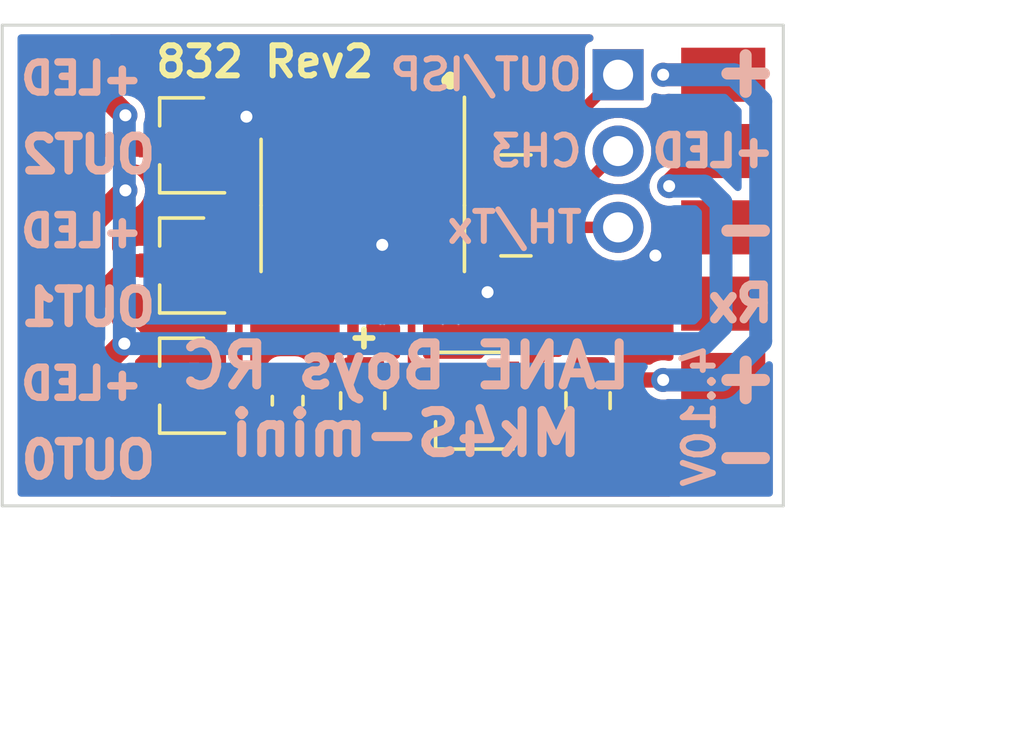
<source format=kicad_pcb>
(kicad_pcb (version 20171130) (host pcbnew 5.1.10-88a1d61d58~88~ubuntu18.04.1)

  (general
    (thickness 1.6)
    (drawings 27)
    (tracks 114)
    (zones 0)
    (modules 12)
    (nets 19)
  )

  (page A4)
  (layers
    (0 F.Cu signal)
    (31 B.Cu signal)
    (32 B.Adhes user hide)
    (33 F.Adhes user hide)
    (34 B.Paste user hide)
    (35 F.Paste user hide)
    (36 B.SilkS user)
    (37 F.SilkS user)
    (38 B.Mask user hide)
    (39 F.Mask user hide)
    (40 Dwgs.User user hide)
    (41 Cmts.User user)
    (42 Eco1.User user hide)
    (43 Eco2.User user hide)
    (44 Edge.Cuts user)
    (45 Margin user)
    (46 B.CrtYd user)
    (47 F.CrtYd user)
    (48 B.Fab user hide)
    (49 F.Fab user hide)
  )

  (setup
    (last_trace_width 0.254)
    (user_trace_width 0.2032)
    (user_trace_width 0.381)
    (user_trace_width 0.508)
    (user_trace_width 0.762)
    (trace_clearance 0.2032)
    (zone_clearance 0.254)
    (zone_45_only no)
    (trace_min 0.2032)
    (via_size 0.8)
    (via_drill 0.4)
    (via_min_size 0.4)
    (via_min_drill 0.3)
    (uvia_size 0.3)
    (uvia_drill 0.1)
    (uvias_allowed no)
    (uvia_min_size 0.2)
    (uvia_min_drill 0.1)
    (edge_width 0.1)
    (segment_width 0.2)
    (pcb_text_width 0.3)
    (pcb_text_size 1.5 1.5)
    (mod_edge_width 0.15)
    (mod_text_size 1 1)
    (mod_text_width 0.15)
    (pad_size 1.7 1.7)
    (pad_drill 1)
    (pad_to_mask_clearance 0)
    (aux_axis_origin 100 100)
    (grid_origin 100 100)
    (visible_elements FFFFFF7F)
    (pcbplotparams
      (layerselection 0x010f8_ffffffff)
      (usegerberextensions false)
      (usegerberattributes true)
      (usegerberadvancedattributes true)
      (creategerberjobfile true)
      (excludeedgelayer true)
      (linewidth 0.100000)
      (plotframeref false)
      (viasonmask false)
      (mode 1)
      (useauxorigin false)
      (hpglpennumber 1)
      (hpglpenspeed 20)
      (hpglpendiameter 15.000000)
      (psnegative false)
      (psa4output false)
      (plotreference true)
      (plotvalue true)
      (plotinvisibletext false)
      (padsonsilk false)
      (subtractmaskfromsilk false)
      (outputformat 1)
      (mirror false)
      (drillshape 0)
      (scaleselection 1)
      (outputdirectory "gerber/"))
  )

  (net 0 "")
  (net 1 GND)
  (net 2 /VIN)
  (net 3 +3V3)
  (net 4 /TH-TX)
  (net 5 /CH3)
  (net 6 /OUT-ISP)
  (net 7 /LED+)
  (net 8 /ST-Rx-in)
  (net 9 "Net-(J3-Pad5)")
  (net 10 "Net-(J3-Pad3)")
  (net 11 "Net-(J3-Pad1)")
  (net 12 /ST-RX)
  (net 13 /OUT0)
  (net 14 /OUT1)
  (net 15 /OUT2)
  (net 16 /TH-TX-in)
  (net 17 /CH3-in)
  (net 18 /OUT-ISP-in)

  (net_class Default "This is the default net class."
    (clearance 0.2032)
    (trace_width 0.254)
    (via_dia 0.8)
    (via_drill 0.4)
    (uvia_dia 0.3)
    (uvia_drill 0.1)
    (diff_pair_width 0.2032)
    (diff_pair_gap 0.254)
    (add_net +3V3)
    (add_net /CH3)
    (add_net /CH3-in)
    (add_net /LED+)
    (add_net /OUT-ISP)
    (add_net /OUT-ISP-in)
    (add_net /OUT0)
    (add_net /OUT1)
    (add_net /OUT2)
    (add_net /ST-RX)
    (add_net /ST-Rx-in)
    (add_net /TH-TX)
    (add_net /TH-TX-in)
    (add_net /VIN)
    (add_net GND)
    (add_net "Net-(J3-Pad1)")
    (add_net "Net-(J3-Pad3)")
    (add_net "Net-(J3-Pad5)")
    (add_net "Net-(U1-Pad1)")
    (add_net "Net-(U1-Pad10)")
    (add_net "Net-(U1-Pad11)")
    (add_net "Net-(U1-Pad12)")
    (add_net "Net-(U1-Pad13)")
    (add_net "Net-(U1-Pad14)")
    (add_net "Net-(U1-Pad5)")
    (add_net "Net-(U1-Pad9)")
  )

  (module Package_SO:TSSOP-20_4.4x6.5mm_P0.65mm (layer F.Cu) (tedit 5E476F32) (tstamp 5FF137E0)
    (at 112 90 270)
    (descr "TSSOP, 20 Pin (JEDEC MO-153 Var AC https://www.jedec.org/document_search?search_api_views_fulltext=MO-153), generated with kicad-footprint-generator ipc_gullwing_generator.py")
    (tags "TSSOP SO")
    (path /6100576F)
    (solder_paste_margin -0.0254)
    (attr smd)
    (fp_text reference U1 (at 0 -4.2 90) (layer F.SilkS) hide
      (effects (font (size 1 1) (thickness 0.15)))
    )
    (fp_text value LPC832M101FDH20 (at -4.732 4.356 90) (layer F.Fab)
      (effects (font (size 1 1) (thickness 0.15)))
    )
    (fp_line (start 3.85 -3.5) (end -3.85 -3.5) (layer F.CrtYd) (width 0.05))
    (fp_line (start 3.85 3.5) (end 3.85 -3.5) (layer F.CrtYd) (width 0.05))
    (fp_line (start -3.85 3.5) (end 3.85 3.5) (layer F.CrtYd) (width 0.05))
    (fp_line (start -3.85 -3.5) (end -3.85 3.5) (layer F.CrtYd) (width 0.05))
    (fp_line (start -2.2 -2.25) (end -1.2 -3.25) (layer F.Fab) (width 0.1))
    (fp_line (start -2.2 3.25) (end -2.2 -2.25) (layer F.Fab) (width 0.1))
    (fp_line (start 2.2 3.25) (end -2.2 3.25) (layer F.Fab) (width 0.1))
    (fp_line (start 2.2 -3.25) (end 2.2 3.25) (layer F.Fab) (width 0.1))
    (fp_line (start -1.2 -3.25) (end 2.2 -3.25) (layer F.Fab) (width 0.1))
    (fp_line (start 0 -3.385) (end -3.6 -3.385) (layer F.SilkS) (width 0.12))
    (fp_line (start 0 -3.385) (end 2.2 -3.385) (layer F.SilkS) (width 0.12))
    (fp_line (start 0 3.385) (end -2.2 3.385) (layer F.SilkS) (width 0.12))
    (fp_line (start 0 3.385) (end 2.2 3.385) (layer F.SilkS) (width 0.12))
    (fp_text user %R (at 0 0 90) (layer F.Fab)
      (effects (font (size 1 1) (thickness 0.15)))
    )
    (pad 20 smd roundrect (at 2.8625 -2.925 270) (size 1.475 0.4) (layers F.Cu F.Paste F.Mask) (roundrect_rratio 0.25)
      (net 1 GND))
    (pad 19 smd roundrect (at 2.8625 -2.275 270) (size 1.475 0.4) (layers F.Cu F.Paste F.Mask) (roundrect_rratio 0.25)
      (net 12 /ST-RX))
    (pad 18 smd roundrect (at 2.8625 -1.625 270) (size 1.475 0.4) (layers F.Cu F.Paste F.Mask) (roundrect_rratio 0.25)
      (net 3 +3V3))
    (pad 17 smd roundrect (at 2.8625 -0.975 270) (size 1.475 0.4) (layers F.Cu F.Paste F.Mask) (roundrect_rratio 0.25)
      (net 1 GND))
    (pad 16 smd roundrect (at 2.8625 -0.325 270) (size 1.475 0.4) (layers F.Cu F.Paste F.Mask) (roundrect_rratio 0.25)
      (net 1 GND))
    (pad 15 smd roundrect (at 2.8625 0.325 270) (size 1.475 0.4) (layers F.Cu F.Paste F.Mask) (roundrect_rratio 0.25)
      (net 3 +3V3))
    (pad 14 smd roundrect (at 2.8625 0.975 270) (size 1.475 0.4) (layers F.Cu F.Paste F.Mask) (roundrect_rratio 0.25))
    (pad 13 smd roundrect (at 2.8625 1.625 270) (size 1.475 0.4) (layers F.Cu F.Paste F.Mask) (roundrect_rratio 0.25))
    (pad 12 smd roundrect (at 2.8625 2.275 270) (size 1.475 0.4) (layers F.Cu F.Paste F.Mask) (roundrect_rratio 0.25))
    (pad 11 smd roundrect (at 2.8625 2.925 270) (size 1.475 0.4) (layers F.Cu F.Paste F.Mask) (roundrect_rratio 0.25))
    (pad 10 smd roundrect (at -2.8625 2.925 270) (size 1.475 0.4) (layers F.Cu F.Paste F.Mask) (roundrect_rratio 0.25))
    (pad 9 smd roundrect (at -2.8625 2.275 270) (size 1.475 0.4) (layers F.Cu F.Paste F.Mask) (roundrect_rratio 0.25))
    (pad 8 smd roundrect (at -2.8625 1.625 270) (size 1.475 0.4) (layers F.Cu F.Paste F.Mask) (roundrect_rratio 0.25)
      (net 15 /OUT2))
    (pad 7 smd roundrect (at -2.8625 0.975 270) (size 1.475 0.4) (layers F.Cu F.Paste F.Mask) (roundrect_rratio 0.25)
      (net 14 /OUT1))
    (pad 6 smd roundrect (at -2.8625 0.325 270) (size 1.475 0.4) (layers F.Cu F.Paste F.Mask) (roundrect_rratio 0.25)
      (net 4 /TH-TX))
    (pad 5 smd roundrect (at -2.8625 -0.325 270) (size 1.475 0.4) (layers F.Cu F.Paste F.Mask) (roundrect_rratio 0.25))
    (pad 4 smd roundrect (at -2.8625 -0.975 270) (size 1.475 0.4) (layers F.Cu F.Paste F.Mask) (roundrect_rratio 0.25)
      (net 6 /OUT-ISP))
    (pad 3 smd roundrect (at -2.8625 -1.625 270) (size 1.475 0.4) (layers F.Cu F.Paste F.Mask) (roundrect_rratio 0.25)
      (net 5 /CH3))
    (pad 2 smd roundrect (at -2.8625 -2.275 270) (size 1.475 0.4) (layers F.Cu F.Paste F.Mask) (roundrect_rratio 0.25)
      (net 13 /OUT0))
    (pad 1 smd roundrect (at -2.8625 -2.925 270) (size 1.475 0.4) (layers F.Cu F.Paste F.Mask) (roundrect_rratio 0.25))
    (model ${KISYS3DMOD}/Package_SO.3dshapes/TSSOP-20_4.4x6.5mm_P0.65mm.wrl
      (at (xyz 0 0 0))
      (scale (xyz 1 1 1))
      (rotate (xyz 0 0 0))
    )
  )

  (module Resistor_SMD:R_Array_Convex_4x0603 (layer F.Cu) (tedit 58E0A8B2) (tstamp 5FF178D9)
    (at 117.1 90)
    (descr "Chip Resistor Network, ROHM MNR14 (see mnr_g.pdf)")
    (tags "resistor array")
    (path /5FF24B18)
    (attr smd)
    (fp_text reference RN1 (at 0 -2.8) (layer F.SilkS) hide
      (effects (font (size 1 1) (thickness 0.15)))
    )
    (fp_text value 1k (at 0 2.8) (layer F.Fab)
      (effects (font (size 1 1) (thickness 0.15)))
    )
    (fp_line (start 1.55 1.85) (end -1.55 1.85) (layer F.CrtYd) (width 0.05))
    (fp_line (start 1.55 1.85) (end 1.55 -1.85) (layer F.CrtYd) (width 0.05))
    (fp_line (start -1.55 -1.85) (end -1.55 1.85) (layer F.CrtYd) (width 0.05))
    (fp_line (start -1.55 -1.85) (end 1.55 -1.85) (layer F.CrtYd) (width 0.05))
    (fp_line (start 0.5 -1.68) (end -0.5 -1.68) (layer F.SilkS) (width 0.12))
    (fp_line (start 0.5 1.68) (end -0.5 1.68) (layer F.SilkS) (width 0.12))
    (fp_line (start -0.8 1.6) (end -0.8 -1.6) (layer F.Fab) (width 0.1))
    (fp_line (start 0.8 1.6) (end -0.8 1.6) (layer F.Fab) (width 0.1))
    (fp_line (start 0.8 -1.6) (end 0.8 1.6) (layer F.Fab) (width 0.1))
    (fp_line (start -0.8 -1.6) (end 0.8 -1.6) (layer F.Fab) (width 0.1))
    (fp_text user %R (at 0 0 90) (layer F.Fab)
      (effects (font (size 0.5 0.5) (thickness 0.075)))
    )
    (pad 5 smd rect (at 0.9 1.2) (size 0.8 0.5) (layers F.Cu F.Paste F.Mask)
      (net 8 /ST-Rx-in))
    (pad 6 smd rect (at 0.9 0.4) (size 0.8 0.4) (layers F.Cu F.Paste F.Mask)
      (net 16 /TH-TX-in))
    (pad 8 smd rect (at 0.9 -1.2) (size 0.8 0.5) (layers F.Cu F.Paste F.Mask)
      (net 18 /OUT-ISP-in))
    (pad 7 smd rect (at 0.9 -0.4) (size 0.8 0.4) (layers F.Cu F.Paste F.Mask)
      (net 17 /CH3-in))
    (pad 4 smd rect (at -0.9 1.2) (size 0.8 0.5) (layers F.Cu F.Paste F.Mask)
      (net 12 /ST-RX))
    (pad 2 smd rect (at -0.9 -0.4) (size 0.8 0.4) (layers F.Cu F.Paste F.Mask)
      (net 5 /CH3))
    (pad 3 smd rect (at -0.9 0.4) (size 0.8 0.4) (layers F.Cu F.Paste F.Mask)
      (net 4 /TH-TX))
    (pad 1 smd rect (at -0.9 -1.2) (size 0.8 0.5) (layers F.Cu F.Paste F.Mask)
      (net 6 /OUT-ISP))
    (model ${KISYS3DMOD}/Resistor_SMD.3dshapes/R_Array_Convex_4x0603.wrl
      (at (xyz 0 0 0))
      (scale (xyz 1 1 1))
      (rotate (xyz 0 0 0))
    )
  )

  (module Connector_PinHeader_2.54mm:PinHeader_1x03_P2.54mm_Vertical (layer F.Cu) (tedit 5FF15566) (tstamp 5FF13756)
    (at 120.5 85.65)
    (descr "Through hole straight pin header, 1x03, 2.54mm pitch, single row")
    (tags "Through hole pin header THT 1x03 2.54mm single row")
    (path /5FFCF829)
    (fp_text reference J1 (at 0 -2.33) (layer F.SilkS) hide
      (effects (font (size 1 1) (thickness 0.15)))
    )
    (fp_text value Conn_01x03 (at -0.196 7.41) (layer F.Fab) hide
      (effects (font (size 1 1) (thickness 0.15)))
    )
    (fp_line (start 1.8 -1.8) (end -1.8 -1.8) (layer F.CrtYd) (width 0.05))
    (fp_line (start 1.8 6.85) (end 1.8 -1.8) (layer F.CrtYd) (width 0.05))
    (fp_line (start -1.8 6.85) (end 1.8 6.85) (layer F.CrtYd) (width 0.05))
    (fp_line (start -1.8 -1.8) (end -1.8 6.85) (layer F.CrtYd) (width 0.05))
    (fp_line (start -1.27 -0.635) (end -0.635 -1.27) (layer F.Fab) (width 0.1))
    (fp_line (start -1.27 6.35) (end -1.27 -0.635) (layer F.Fab) (width 0.1))
    (fp_line (start 1.27 6.35) (end -1.27 6.35) (layer F.Fab) (width 0.1))
    (fp_line (start 1.27 -1.27) (end 1.27 6.35) (layer F.Fab) (width 0.1))
    (fp_line (start -0.635 -1.27) (end 1.27 -1.27) (layer F.Fab) (width 0.1))
    (fp_text user %R (at 0 2.54 90) (layer F.Fab)
      (effects (font (size 1 1) (thickness 0.15)))
    )
    (pad 3 thru_hole oval (at 0 5.08) (size 1.7 1.7) (drill 1) (layers *.Cu *.Mask)
      (net 16 /TH-TX-in))
    (pad 2 thru_hole oval (at 0 2.54) (size 1.7 1.7) (drill 1) (layers *.Cu *.Mask)
      (net 17 /CH3-in))
    (pad 1 thru_hole rect (at 0 0) (size 1.7 1.7) (drill 1) (layers *.Cu *.Mask)
      (net 18 /OUT-ISP-in))
    (model ${KISYS3DMOD}/Connector_PinHeader_2.54mm.3dshapes/PinHeader_1x03_P2.54mm_Vertical.wrl
      (at (xyz 0 0 0))
      (scale (xyz 1 1 1))
      (rotate (xyz 0 0 0))
    )
  )

  (module Package_TO_SOT_SMD:SOT-23W (layer F.Cu) (tedit 5A02FF57) (tstamp 5FF137F5)
    (at 115.5 96.5 180)
    (descr "SOT-23W http://www.allegromicro.com/~/media/Files/Datasheets/A112x-Datasheet.ashx?la=en&hash=7BC461E058CC246E0BAB62433B2F1ECA104CA9D3")
    (tags SOT-23W)
    (path /09B5DC2D)
    (attr smd)
    (fp_text reference U2 (at 0.252 -2.484) (layer F.SilkS) hide
      (effects (font (size 1 1) (thickness 0.15)))
    )
    (fp_text value MCP1703A-3302_SOT23 (at 0.252 -11.12 90) (layer F.Fab)
      (effects (font (size 1 1) (thickness 0.15)))
    )
    (fp_line (start -1.95 1.74) (end -1.95 -1.74) (layer F.CrtYd) (width 0.05))
    (fp_line (start 1.95 1.74) (end -1.95 1.74) (layer F.CrtYd) (width 0.05))
    (fp_line (start 1.95 -1.74) (end 1.95 1.74) (layer F.CrtYd) (width 0.05))
    (fp_line (start -1.95 -1.74) (end 1.95 -1.74) (layer F.CrtYd) (width 0.05))
    (fp_line (start -0.955 1.49) (end 0.955 1.49) (layer F.Fab) (width 0.1))
    (fp_line (start 0.955 -1.49) (end 0.955 1.49) (layer F.Fab) (width 0.1))
    (fp_line (start -0.955 -0.49) (end 0.045 -1.49) (layer F.Fab) (width 0.1))
    (fp_line (start 0.045 -1.49) (end 0.955 -1.49) (layer F.Fab) (width 0.1))
    (fp_line (start -0.955 -0.49) (end -0.955 1.49) (layer F.Fab) (width 0.1))
    (fp_line (start -1.075 1.61) (end 1.075 1.61) (layer F.SilkS) (width 0.12))
    (fp_line (start -1.5 -1.61) (end 1.075 -1.61) (layer F.SilkS) (width 0.12))
    (fp_line (start 1.075 0.7) (end 1.075 1.61) (layer F.SilkS) (width 0.12))
    (fp_line (start 1.075 -1.61) (end 1.075 -0.7) (layer F.SilkS) (width 0.12))
    (fp_text user %R (at 0 0 90) (layer F.Fab)
      (effects (font (size 0.5 0.5) (thickness 0.075)))
    )
    (pad 3 smd rect (at 1.2 0 180) (size 1 0.7) (layers F.Cu F.Paste F.Mask)
      (net 2 /VIN))
    (pad 2 smd rect (at -1.2 0.95 180) (size 1 0.7) (layers F.Cu F.Paste F.Mask)
      (net 3 +3V3))
    (pad 1 smd rect (at -1.2 -0.95 180) (size 1 0.7) (layers F.Cu F.Paste F.Mask)
      (net 1 GND))
    (model ${KISYS3DMOD}/Package_TO_SOT_SMD.3dshapes/SOT-23W.wrl
      (at (xyz 0 0 0))
      (scale (xyz 1 1 1))
      (rotate (xyz 0 0 0))
    )
  )

  (module Package_TO_SOT_SMD:SOT-23 (layer F.Cu) (tedit 5A02FF57) (tstamp 5FF137BA)
    (at 106 96 180)
    (descr "SOT-23, Standard")
    (tags SOT-23)
    (path /5EEE0AF7)
    (attr smd)
    (fp_text reference T3 (at 0 -2.5) (layer F.SilkS) hide
      (effects (font (size 1 1) (thickness 0.15)))
    )
    (fp_text value PMV30UN (at 4.468 0.064) (layer F.Fab)
      (effects (font (size 1 1) (thickness 0.15)))
    )
    (fp_line (start 0.76 1.58) (end -0.7 1.58) (layer F.SilkS) (width 0.12))
    (fp_line (start 0.76 -1.58) (end -1.4 -1.58) (layer F.SilkS) (width 0.12))
    (fp_line (start -1.7 1.75) (end -1.7 -1.75) (layer F.CrtYd) (width 0.05))
    (fp_line (start 1.7 1.75) (end -1.7 1.75) (layer F.CrtYd) (width 0.05))
    (fp_line (start 1.7 -1.75) (end 1.7 1.75) (layer F.CrtYd) (width 0.05))
    (fp_line (start -1.7 -1.75) (end 1.7 -1.75) (layer F.CrtYd) (width 0.05))
    (fp_line (start 0.76 -1.58) (end 0.76 -0.65) (layer F.SilkS) (width 0.12))
    (fp_line (start 0.76 1.58) (end 0.76 0.65) (layer F.SilkS) (width 0.12))
    (fp_line (start -0.7 1.52) (end 0.7 1.52) (layer F.Fab) (width 0.1))
    (fp_line (start 0.7 -1.52) (end 0.7 1.52) (layer F.Fab) (width 0.1))
    (fp_line (start -0.7 -0.95) (end -0.15 -1.52) (layer F.Fab) (width 0.1))
    (fp_line (start -0.15 -1.52) (end 0.7 -1.52) (layer F.Fab) (width 0.1))
    (fp_line (start -0.7 -0.95) (end -0.7 1.5) (layer F.Fab) (width 0.1))
    (fp_text user %R (at 0 0 90) (layer F.Fab)
      (effects (font (size 0.5 0.5) (thickness 0.075)))
    )
    (pad 3 smd rect (at 1 0 180) (size 0.9 0.8) (layers F.Cu F.Paste F.Mask)
      (net 11 "Net-(J3-Pad1)"))
    (pad 2 smd rect (at -1 0.95 180) (size 0.9 0.8) (layers F.Cu F.Paste F.Mask)
      (net 1 GND))
    (pad 1 smd rect (at -1 -0.95 180) (size 0.9 0.8) (layers F.Cu F.Paste F.Mask)
      (net 13 /OUT0))
    (model ${KISYS3DMOD}/Package_TO_SOT_SMD.3dshapes/SOT-23.wrl
      (at (xyz 0 0 0))
      (scale (xyz 1 1 1))
      (rotate (xyz 0 0 0))
    )
  )

  (module Package_TO_SOT_SMD:SOT-23 (layer F.Cu) (tedit 5A02FF57) (tstamp 5FF137A5)
    (at 106 92 180)
    (descr "SOT-23, Standard")
    (tags SOT-23)
    (path /5EEDFD3A)
    (attr smd)
    (fp_text reference T2 (at 0 -2.5) (layer F.SilkS) hide
      (effects (font (size 1 1) (thickness 0.15)))
    )
    (fp_text value PMV30UN (at 4.468 0.128) (layer F.Fab)
      (effects (font (size 1 1) (thickness 0.15)))
    )
    (fp_line (start 0.76 1.58) (end -0.7 1.58) (layer F.SilkS) (width 0.12))
    (fp_line (start 0.76 -1.58) (end -1.4 -1.58) (layer F.SilkS) (width 0.12))
    (fp_line (start -1.7 1.75) (end -1.7 -1.75) (layer F.CrtYd) (width 0.05))
    (fp_line (start 1.7 1.75) (end -1.7 1.75) (layer F.CrtYd) (width 0.05))
    (fp_line (start 1.7 -1.75) (end 1.7 1.75) (layer F.CrtYd) (width 0.05))
    (fp_line (start -1.7 -1.75) (end 1.7 -1.75) (layer F.CrtYd) (width 0.05))
    (fp_line (start 0.76 -1.58) (end 0.76 -0.65) (layer F.SilkS) (width 0.12))
    (fp_line (start 0.76 1.58) (end 0.76 0.65) (layer F.SilkS) (width 0.12))
    (fp_line (start -0.7 1.52) (end 0.7 1.52) (layer F.Fab) (width 0.1))
    (fp_line (start 0.7 -1.52) (end 0.7 1.52) (layer F.Fab) (width 0.1))
    (fp_line (start -0.7 -0.95) (end -0.15 -1.52) (layer F.Fab) (width 0.1))
    (fp_line (start -0.15 -1.52) (end 0.7 -1.52) (layer F.Fab) (width 0.1))
    (fp_line (start -0.7 -0.95) (end -0.7 1.5) (layer F.Fab) (width 0.1))
    (fp_text user %R (at 0 0 90) (layer F.Fab)
      (effects (font (size 0.5 0.5) (thickness 0.075)))
    )
    (pad 3 smd rect (at 1 0 180) (size 0.9 0.8) (layers F.Cu F.Paste F.Mask)
      (net 10 "Net-(J3-Pad3)"))
    (pad 2 smd rect (at -1 0.95 180) (size 0.9 0.8) (layers F.Cu F.Paste F.Mask)
      (net 1 GND))
    (pad 1 smd rect (at -1 -0.95 180) (size 0.9 0.8) (layers F.Cu F.Paste F.Mask)
      (net 14 /OUT1))
    (model ${KISYS3DMOD}/Package_TO_SOT_SMD.3dshapes/SOT-23.wrl
      (at (xyz 0 0 0))
      (scale (xyz 1 1 1))
      (rotate (xyz 0 0 0))
    )
  )

  (module Package_TO_SOT_SMD:SOT-23 (layer F.Cu) (tedit 5A02FF57) (tstamp 5FF13790)
    (at 106 88 180)
    (descr "SOT-23, Standard")
    (tags SOT-23)
    (path /8692C711)
    (attr smd)
    (fp_text reference T1 (at 0 -2.5) (layer F.SilkS) hide
      (effects (font (size 1 1) (thickness 0.15)))
    )
    (fp_text value PMV30UN (at 4.468 -0.062) (layer F.Fab)
      (effects (font (size 1 1) (thickness 0.15)))
    )
    (fp_line (start 0.76 1.58) (end -0.7 1.58) (layer F.SilkS) (width 0.12))
    (fp_line (start 0.76 -1.58) (end -1.4 -1.58) (layer F.SilkS) (width 0.12))
    (fp_line (start -1.7 1.75) (end -1.7 -1.75) (layer F.CrtYd) (width 0.05))
    (fp_line (start 1.7 1.75) (end -1.7 1.75) (layer F.CrtYd) (width 0.05))
    (fp_line (start 1.7 -1.75) (end 1.7 1.75) (layer F.CrtYd) (width 0.05))
    (fp_line (start -1.7 -1.75) (end 1.7 -1.75) (layer F.CrtYd) (width 0.05))
    (fp_line (start 0.76 -1.58) (end 0.76 -0.65) (layer F.SilkS) (width 0.12))
    (fp_line (start 0.76 1.58) (end 0.76 0.65) (layer F.SilkS) (width 0.12))
    (fp_line (start -0.7 1.52) (end 0.7 1.52) (layer F.Fab) (width 0.1))
    (fp_line (start 0.7 -1.52) (end 0.7 1.52) (layer F.Fab) (width 0.1))
    (fp_line (start -0.7 -0.95) (end -0.15 -1.52) (layer F.Fab) (width 0.1))
    (fp_line (start -0.15 -1.52) (end 0.7 -1.52) (layer F.Fab) (width 0.1))
    (fp_line (start -0.7 -0.95) (end -0.7 1.5) (layer F.Fab) (width 0.1))
    (fp_text user %R (at 0 0 90) (layer F.Fab)
      (effects (font (size 0.5 0.5) (thickness 0.075)))
    )
    (pad 3 smd rect (at 1 0 180) (size 0.9 0.8) (layers F.Cu F.Paste F.Mask)
      (net 9 "Net-(J3-Pad5)"))
    (pad 2 smd rect (at -1 0.95 180) (size 0.9 0.8) (layers F.Cu F.Paste F.Mask)
      (net 1 GND))
    (pad 1 smd rect (at -1 -0.95 180) (size 0.9 0.8) (layers F.Cu F.Paste F.Mask)
      (net 15 /OUT2))
    (model ${KISYS3DMOD}/Package_TO_SOT_SMD.3dshapes/SOT-23.wrl
      (at (xyz 0 0 0))
      (scale (xyz 1 1 1))
      (rotate (xyz 0 0 0))
    )
  )

  (module rc-light-controller-tlc5940-lpc812:PinHeader_1x06_P2.54mm_Flat (layer F.Cu) (tedit 5F17D121) (tstamp 5FF1376A)
    (at 102 98.35 90)
    (path /5FF85660)
    (fp_text reference J3 (at 0 2.54 90) (layer F.SilkS) hide
      (effects (font (size 1 1) (thickness 0.15)))
    )
    (fp_text value "Pinheader straight 1x06" (at 0 -2.54 90) (layer F.Fab) hide
      (effects (font (size 1 1) (thickness 0.15)))
    )
    (pad 6 smd rect (at 12.7 0 90) (size 1.8 2.8) (layers F.Cu F.Mask)
      (net 7 /LED+))
    (pad 5 smd rect (at 10.16 0 90) (size 1.8 2.8) (layers F.Cu F.Mask)
      (net 9 "Net-(J3-Pad5)"))
    (pad 4 smd rect (at 7.62 0 90) (size 1.8 2.8) (layers F.Cu F.Mask)
      (net 7 /LED+))
    (pad 3 smd rect (at 5.08 0 90) (size 1.8 2.8) (layers F.Cu F.Mask)
      (net 10 "Net-(J3-Pad3)"))
    (pad 2 smd rect (at 2.54 0 90) (size 1.8 2.8) (layers F.Cu F.Mask)
      (net 7 /LED+))
    (pad 1 smd rect (at 0 0 90) (size 1.8 2.8) (layers F.Cu F.Mask)
      (net 11 "Net-(J3-Pad1)"))
  )

  (module rc-light-controller-tlc5940-lpc812:PinHeader_1x06_P2.54mm_Flat (layer F.Cu) (tedit 5F17D121) (tstamp 5FF190FA)
    (at 124 98.35 90)
    (path /5F1D0E80)
    (fp_text reference J2 (at 0 2.54 90) (layer F.SilkS) hide
      (effects (font (size 1 1) (thickness 0.15)))
    )
    (fp_text value "Pinheader straight 1x06" (at 0 -2.54 90) (layer F.Fab) hide
      (effects (font (size 1 1) (thickness 0.15)))
    )
    (pad 6 smd rect (at 12.7 0 90) (size 1.8 2.8) (layers F.Cu F.Mask)
      (net 2 /VIN))
    (pad 5 smd rect (at 10.16 0 90) (size 1.8 2.8) (layers F.Cu F.Mask)
      (net 7 /LED+))
    (pad 4 smd rect (at 7.62 0 90) (size 1.8 2.8) (layers F.Cu F.Mask)
      (net 1 GND))
    (pad 3 smd rect (at 5.08 0 90) (size 1.8 2.8) (layers F.Cu F.Mask)
      (net 8 /ST-Rx-in))
    (pad 2 smd rect (at 2.54 0 90) (size 1.8 2.8) (layers F.Cu F.Mask)
      (net 2 /VIN))
    (pad 1 smd rect (at 0 0 90) (size 1.8 2.8) (layers F.Cu F.Mask)
      (net 1 GND))
  )

  (module Capacitor_SMD:C_0603_1608Metric (layer F.Cu) (tedit 5F68FEEE) (tstamp 5FF164AB)
    (at 109.5 96.5 270)
    (descr "Capacitor SMD 0603 (1608 Metric), square (rectangular) end terminal, IPC_7351 nominal, (Body size source: IPC-SM-782 page 76, https://www.pcb-3d.com/wordpress/wp-content/uploads/ipc-sm-782a_amendment_1_and_2.pdf), generated with kicad-footprint-generator")
    (tags capacitor)
    (path /5F2418F7)
    (attr smd)
    (fp_text reference C3 (at 2.484 0.094 180) (layer F.SilkS) hide
      (effects (font (size 1 1) (thickness 0.15)))
    )
    (fp_text value 100n (at 3.754 0.094 90) (layer F.Fab)
      (effects (font (size 1 1) (thickness 0.15)))
    )
    (fp_line (start 1.48 0.73) (end -1.48 0.73) (layer F.CrtYd) (width 0.05))
    (fp_line (start 1.48 -0.73) (end 1.48 0.73) (layer F.CrtYd) (width 0.05))
    (fp_line (start -1.48 -0.73) (end 1.48 -0.73) (layer F.CrtYd) (width 0.05))
    (fp_line (start -1.48 0.73) (end -1.48 -0.73) (layer F.CrtYd) (width 0.05))
    (fp_line (start -0.14058 0.51) (end 0.14058 0.51) (layer F.SilkS) (width 0.12))
    (fp_line (start -0.14058 -0.51) (end 0.14058 -0.51) (layer F.SilkS) (width 0.12))
    (fp_line (start 0.8 0.4) (end -0.8 0.4) (layer F.Fab) (width 0.1))
    (fp_line (start 0.8 -0.4) (end 0.8 0.4) (layer F.Fab) (width 0.1))
    (fp_line (start -0.8 -0.4) (end 0.8 -0.4) (layer F.Fab) (width 0.1))
    (fp_line (start -0.8 0.4) (end -0.8 -0.4) (layer F.Fab) (width 0.1))
    (fp_text user %R (at 0 0 90) (layer F.Fab)
      (effects (font (size 0.4 0.4) (thickness 0.06)))
    )
    (pad 2 smd roundrect (at 0.775 0 270) (size 0.9 0.95) (layers F.Cu F.Paste F.Mask) (roundrect_rratio 0.25)
      (net 1 GND))
    (pad 1 smd roundrect (at -0.775 0 270) (size 0.9 0.95) (layers F.Cu F.Paste F.Mask) (roundrect_rratio 0.25)
      (net 3 +3V3))
    (model ${KISYS3DMOD}/Capacitor_SMD.3dshapes/C_0603_1608Metric.wrl
      (at (xyz 0 0 0))
      (scale (xyz 1 1 1))
      (rotate (xyz 0 0 0))
    )
  )

  (module Capacitor_SMD:C_0805_2012Metric (layer F.Cu) (tedit 5F68FEEE) (tstamp 5FF1372E)
    (at 112 96.5 270)
    (descr "Capacitor SMD 0805 (2012 Metric), square (rectangular) end terminal, IPC_7351 nominal, (Body size source: IPC-SM-782 page 76, https://www.pcb-3d.com/wordpress/wp-content/uploads/ipc-sm-782a_amendment_1_and_2.pdf, https://docs.google.com/spreadsheets/d/1BsfQQcO9C6DZCsRaXUlFlo91Tg2WpOkGARC1WS5S8t0/edit?usp=sharing), generated with kicad-footprint-generator")
    (tags capacitor)
    (path /5C870864)
    (attr smd)
    (fp_text reference C2 (at 2.484 0.054 180) (layer F.SilkS) hide
      (effects (font (size 1 1) (thickness 0.15)))
    )
    (fp_text value 47u/6V3 (at 5.278 0.054 90) (layer F.Fab)
      (effects (font (size 1 1) (thickness 0.15)))
    )
    (fp_line (start 1.7 0.98) (end -1.7 0.98) (layer F.CrtYd) (width 0.05))
    (fp_line (start 1.7 -0.98) (end 1.7 0.98) (layer F.CrtYd) (width 0.05))
    (fp_line (start -1.7 -0.98) (end 1.7 -0.98) (layer F.CrtYd) (width 0.05))
    (fp_line (start -1.7 0.98) (end -1.7 -0.98) (layer F.CrtYd) (width 0.05))
    (fp_line (start -0.261252 0.735) (end 0.261252 0.735) (layer F.SilkS) (width 0.12))
    (fp_line (start -0.261252 -0.735) (end 0.261252 -0.735) (layer F.SilkS) (width 0.12))
    (fp_line (start 1 0.625) (end -1 0.625) (layer F.Fab) (width 0.1))
    (fp_line (start 1 -0.625) (end 1 0.625) (layer F.Fab) (width 0.1))
    (fp_line (start -1 -0.625) (end 1 -0.625) (layer F.Fab) (width 0.1))
    (fp_line (start -1 0.625) (end -1 -0.625) (layer F.Fab) (width 0.1))
    (fp_text user %R (at 0 0 90) (layer F.Fab)
      (effects (font (size 0.5 0.5) (thickness 0.08)))
    )
    (pad 2 smd roundrect (at 0.95 0 270) (size 1 1.45) (layers F.Cu F.Paste F.Mask) (roundrect_rratio 0.25)
      (net 1 GND))
    (pad 1 smd roundrect (at -0.95 0 270) (size 1 1.45) (layers F.Cu F.Paste F.Mask) (roundrect_rratio 0.25)
      (net 3 +3V3))
    (model ${KISYS3DMOD}/Capacitor_SMD.3dshapes/C_0805_2012Metric.wrl
      (at (xyz 0 0 0))
      (scale (xyz 1 1 1))
      (rotate (xyz 0 0 0))
    )
  )

  (module Capacitor_SMD:C_0805_2012Metric (layer F.Cu) (tedit 5F68FEEE) (tstamp 5FF1371D)
    (at 119.5 96.5 270)
    (descr "Capacitor SMD 0805 (2012 Metric), square (rectangular) end terminal, IPC_7351 nominal, (Body size source: IPC-SM-782 page 76, https://www.pcb-3d.com/wordpress/wp-content/uploads/ipc-sm-782a_amendment_1_and_2.pdf, https://docs.google.com/spreadsheets/d/1BsfQQcO9C6DZCsRaXUlFlo91Tg2WpOkGARC1WS5S8t0/edit?usp=sharing), generated with kicad-footprint-generator")
    (tags capacitor)
    (path /30D010B6)
    (attr smd)
    (fp_text reference C1 (at 2.484 -0.058 180) (layer F.SilkS) hide
      (effects (font (size 1 1) (thickness 0.15)))
    )
    (fp_text value 1u/16V (at 5.024 -0.058 90) (layer F.Fab)
      (effects (font (size 1 1) (thickness 0.15)))
    )
    (fp_line (start 1.7 0.98) (end -1.7 0.98) (layer F.CrtYd) (width 0.05))
    (fp_line (start 1.7 -0.98) (end 1.7 0.98) (layer F.CrtYd) (width 0.05))
    (fp_line (start -1.7 -0.98) (end 1.7 -0.98) (layer F.CrtYd) (width 0.05))
    (fp_line (start -1.7 0.98) (end -1.7 -0.98) (layer F.CrtYd) (width 0.05))
    (fp_line (start -0.261252 0.735) (end 0.261252 0.735) (layer F.SilkS) (width 0.12))
    (fp_line (start -0.261252 -0.735) (end 0.261252 -0.735) (layer F.SilkS) (width 0.12))
    (fp_line (start 1 0.625) (end -1 0.625) (layer F.Fab) (width 0.1))
    (fp_line (start 1 -0.625) (end 1 0.625) (layer F.Fab) (width 0.1))
    (fp_line (start -1 -0.625) (end 1 -0.625) (layer F.Fab) (width 0.1))
    (fp_line (start -1 0.625) (end -1 -0.625) (layer F.Fab) (width 0.1))
    (fp_text user %R (at 0 0 90) (layer F.Fab)
      (effects (font (size 0.5 0.5) (thickness 0.08)))
    )
    (pad 2 smd roundrect (at 0.95 0 270) (size 1 1.45) (layers F.Cu F.Paste F.Mask) (roundrect_rratio 0.25)
      (net 1 GND))
    (pad 1 smd roundrect (at -0.95 0 270) (size 1 1.45) (layers F.Cu F.Paste F.Mask) (roundrect_rratio 0.25)
      (net 2 /VIN))
    (model ${KISYS3DMOD}/Capacitor_SMD.3dshapes/C_0805_2012Metric.wrl
      (at (xyz 0 0 0))
      (scale (xyz 1 1 1))
      (rotate (xyz 0 0 0))
    )
  )

  (gr_text "832 Rev2" (at 108.7376 85.2172) (layer F.SilkS)
    (effects (font (size 1 1) (thickness 0.2)))
  )
  (gr_text "Thickness 0.8mm" (at 127.4 107.4) (layer Cmts.User)
    (effects (font (size 1 1) (thickness 0.15)))
  )
  (gr_text + (at 112.0396 94.3612) (layer F.SilkS) (tstamp 5FFAA0DC)
    (effects (font (size 0.762 0.762) (thickness 0.1905)))
  )
  (gr_text . (at 114.9112 85.034) (layer F.SilkS) (tstamp 5FFAA0DA)
    (effects (font (size 2 2) (thickness 0.4)))
  )
  (gr_text 4..10V (at 123.2 97 90) (layer B.SilkS)
    (effects (font (size 1 1) (thickness 0.2)) (justify mirror))
  )
  (gr_text TH/Tx (at 119.4 90.73) (layer B.SilkS)
    (effects (font (size 1 1) (thickness 0.2)) (justify left mirror))
  )
  (gr_text CH3 (at 119.4 88.19) (layer B.SilkS)
    (effects (font (size 1 1) (thickness 0.2)) (justify left mirror))
  )
  (gr_text OUT/ISP (at 119.4 85.65) (layer B.SilkS)
    (effects (font (size 1 1) (thickness 0.2)) (justify left mirror))
  )
  (gr_text "LANE Boys RC\nMk4S-mini" (at 113.4366 96.4694) (layer B.SilkS) (tstamp 5FF1B769)
    (effects (font (size 1.4 1.4) (thickness 0.3)) (justify mirror))
  )
  (gr_text OUT0 (at 100.5 98.476) (layer B.SilkS) (tstamp 5FF17EFD)
    (effects (font (size 1.143 1.143) (thickness 0.28575)) (justify right mirror))
  )
  (gr_text OUT1 (at 100.5 93.396) (layer B.SilkS) (tstamp 5FF17EF9)
    (effects (font (size 1.143 1.143) (thickness 0.28575)) (justify right mirror))
  )
  (gr_text OUT2 (at 100.5 88.316) (layer B.SilkS) (tstamp 5FF17EF6)
    (effects (font (size 1.143 1.143) (thickness 0.28575)) (justify right mirror))
  )
  (gr_text +LED (at 100.5 95.936) (layer B.SilkS) (tstamp 5FF17EF3)
    (effects (font (size 1 1) (thickness 0.25)) (justify right mirror))
  )
  (gr_text +LED (at 100.5 90.856) (layer B.SilkS) (tstamp 5FF17EF1)
    (effects (font (size 1 1) (thickness 0.25)) (justify right mirror))
  )
  (gr_text +LED (at 100.5 85.776) (layer B.SilkS)
    (effects (font (size 1 1) (thickness 0.25)) (justify right mirror))
  )
  (gr_text + (at 126 85.5) (layer B.SilkS)
    (effects (font (size 1.6 1.6) (thickness 0.4)) (justify left mirror))
  )
  (gr_text +LED (at 125.8 88.19) (layer B.SilkS)
    (effects (font (size 1 1) (thickness 0.25)) (justify left mirror))
  )
  (gr_text - (at 126 90.73) (layer B.SilkS)
    (effects (font (size 1.6 1.6) (thickness 0.4)) (justify left mirror))
  )
  (gr_text Rx (at 125.8 93.27) (layer B.SilkS)
    (effects (font (size 1.143 1.143) (thickness 0.28575)) (justify left mirror))
  )
  (gr_text + (at 126 95.7) (layer B.SilkS)
    (effects (font (size 1.6 1.6) (thickness 0.4)) (justify left mirror))
  )
  (gr_text - (at 126 98.3) (layer B.SilkS)
    (effects (font (size 1.6 1.6) (thickness 0.4)) (justify left mirror))
  )
  (dimension 26 (width 0.15) (layer Cmts.User)
    (gr_text "26.000 mm" (at 113 105.8) (layer Cmts.User)
      (effects (font (size 1 1) (thickness 0.15)))
    )
    (feature1 (pts (xy 126 100) (xy 126 105.086421)))
    (feature2 (pts (xy 100 100) (xy 100 105.086421)))
    (crossbar (pts (xy 100 104.5) (xy 126 104.5)))
    (arrow1a (pts (xy 126 104.5) (xy 124.873496 105.086421)))
    (arrow1b (pts (xy 126 104.5) (xy 124.873496 103.913579)))
    (arrow2a (pts (xy 100 104.5) (xy 101.126504 105.086421)))
    (arrow2b (pts (xy 100 104.5) (xy 101.126504 103.913579)))
  )
  (dimension 16 (width 0.15) (layer Cmts.User)
    (gr_text "16.000 mm" (at 132.3 92 270) (layer Cmts.User)
      (effects (font (size 1 1) (thickness 0.15)))
    )
    (feature1 (pts (xy 126 100) (xy 131.586421 100)))
    (feature2 (pts (xy 126 84) (xy 131.586421 84)))
    (crossbar (pts (xy 131 84) (xy 131 100)))
    (arrow1a (pts (xy 131 100) (xy 130.413579 98.873496)))
    (arrow1b (pts (xy 131 100) (xy 131.586421 98.873496)))
    (arrow2a (pts (xy 131 84) (xy 130.413579 85.126504)))
    (arrow2b (pts (xy 131 84) (xy 131.586421 85.126504)))
  )
  (gr_line (start 126 84) (end 126 100) (layer Edge.Cuts) (width 0.1))
  (gr_line (start 100.005 84) (end 126 84) (layer Edge.Cuts) (width 0.1))
  (gr_line (start 100 100) (end 100 84) (layer Edge.Cuts) (width 0.1))
  (gr_line (start 126 100) (end 100.005 100) (layer Edge.Cuts) (width 0.1))

  (via (at 108.128 87.046) (size 0.8) (drill 0.4) (layers F.Cu B.Cu) (net 1))
  (via (at 112.6492 91.3132) (size 0.8) (drill 0.4) (layers F.Cu B.Cu) (net 1))
  (via (at 121.7424 91.6688) (size 0.8) (drill 0.4) (layers F.Cu B.Cu) (net 1))
  (via (at 122 95.81) (size 0.8) (drill 0.4) (layers F.Cu B.Cu) (net 2))
  (via (at 122 85.65) (size 0.8) (drill 0.4) (layers F.Cu B.Cu) (net 2))
  (segment (start 124 95.81) (end 122 95.81) (width 0.762) (layer F.Cu) (net 2))
  (segment (start 119.76 95.81) (end 119.5 95.55) (width 0.508) (layer F.Cu) (net 2))
  (segment (start 122 95.81) (end 119.76 95.81) (width 0.508) (layer F.Cu) (net 2))
  (segment (start 118.42 95.55) (end 119.5 95.55) (width 0.508) (layer F.Cu) (net 2))
  (segment (start 114.3 96.5) (end 117.47 96.5) (width 0.508) (layer F.Cu) (net 2))
  (segment (start 117.47 96.5) (end 118.42 95.55) (width 0.508) (layer F.Cu) (net 2))
  (segment (start 122 85.65) (end 124 85.65) (width 0.762) (layer F.Cu) (net 2))
  (segment (start 123.9512 95.81) (end 122 95.81) (width 0.762) (layer B.Cu) (net 2))
  (segment (start 125.2476 94.5136) (end 123.9512 95.81) (width 0.762) (layer B.Cu) (net 2))
  (segment (start 125.2476 86.538) (end 125.2476 94.5136) (width 0.762) (layer B.Cu) (net 2))
  (segment (start 122 85.65) (end 124.3596 85.65) (width 0.762) (layer B.Cu) (net 2))
  (segment (start 124.3596 85.65) (end 125.2476 86.538) (width 0.762) (layer B.Cu) (net 2))
  (segment (start 110 95.725) (end 112.325 95.725) (width 0.381) (layer F.Cu) (net 3))
  (segment (start 111.675 95.225) (end 112 95.55) (width 0.381) (layer F.Cu) (net 3))
  (segment (start 111.675 92.8625) (end 111.675 95.225) (width 0.381) (layer F.Cu) (net 3))
  (segment (start 102.75 85.65) (end 104.1 87) (width 0.762) (layer F.Cu) (net 7))
  (via (at 104.1 87) (size 0.8) (drill 0.4) (layers F.Cu B.Cu) (net 7))
  (segment (start 102 85.65) (end 102.75 85.65) (width 0.762) (layer F.Cu) (net 7))
  (segment (start 102.854 95.81) (end 102 95.81) (width 0.762) (layer F.Cu) (net 7))
  (segment (start 104.064 94.6) (end 102.854 95.81) (width 0.762) (layer F.Cu) (net 7))
  (via (at 104.064 94.6) (size 0.8) (drill 0.4) (layers F.Cu B.Cu) (net 7))
  (segment (start 104.064 94.6) (end 104.064 92.634) (width 0.762) (layer B.Cu) (net 7))
  (segment (start 102.87 90.73) (end 102 90.73) (width 0.762) (layer F.Cu) (net 7))
  (segment (start 104.1 89.5) (end 102.87 90.73) (width 0.762) (layer F.Cu) (net 7))
  (segment (start 104.1 89.5) (end 104.064 89.464) (width 0.762) (layer B.Cu) (net 7))
  (segment (start 104.064 89.464) (end 104.064 87.036) (width 0.762) (layer B.Cu) (net 7))
  (segment (start 104.1 89.5) (end 104.064 89.536) (width 0.762) (layer B.Cu) (net 7))
  (via (at 104.1 89.5) (size 0.8) (drill 0.4) (layers F.Cu B.Cu) (net 7))
  (segment (start 104.064 87.036) (end 104.1 87) (width 0.762) (layer B.Cu) (net 7))
  (segment (start 104.064 89.536) (end 104.064 92.5324) (width 0.762) (layer B.Cu) (net 7))
  (segment (start 104.064 92.5324) (end 104.064 92.634) (width 0.762) (layer B.Cu) (net 7))
  (segment (start 123.367 88.19) (end 124 88.19) (width 0.762) (layer F.Cu) (net 7))
  (via (at 122.1996 89.3574) (size 0.8) (drill 0.4) (layers F.Cu B.Cu) (net 7))
  (segment (start 122.1996 89.3574) (end 123.367 88.19) (width 0.762) (layer F.Cu) (net 7))
  (segment (start 123.3324 94.6) (end 104.064 94.6) (width 0.762) (layer B.Cu) (net 7))
  (segment (start 123.9268 94.0056) (end 123.3324 94.6) (width 0.762) (layer B.Cu) (net 7))
  (segment (start 123.9268 89.9162) (end 123.9268 94.0056) (width 0.762) (layer B.Cu) (net 7))
  (segment (start 122.1996 89.3574) (end 123.368 89.3574) (width 0.762) (layer B.Cu) (net 7))
  (segment (start 123.368 89.3574) (end 123.9268 89.9162) (width 0.762) (layer B.Cu) (net 7))
  (segment (start 118 91.2) (end 118 92.0412) (width 0.381) (layer F.Cu) (net 8))
  (segment (start 119.2288 93.27) (end 124 93.27) (width 0.381) (layer F.Cu) (net 8))
  (segment (start 118 92.0412) (end 119.2288 93.27) (width 0.381) (layer F.Cu) (net 8))
  (segment (start 102.19 88) (end 102 88.19) (width 0.762) (layer F.Cu) (net 9))
  (segment (start 105 88) (end 102.19 88) (width 0.762) (layer F.Cu) (net 9))
  (segment (start 105 92) (end 104.2916 92) (width 0.762) (layer F.Cu) (net 10))
  (segment (start 103.0216 93.27) (end 102 93.27) (width 0.762) (layer F.Cu) (net 10))
  (segment (start 104.2916 92) (end 103.0216 93.27) (width 0.762) (layer F.Cu) (net 10))
  (segment (start 102.7676 98.35) (end 102 98.35) (width 0.762) (layer F.Cu) (net 11))
  (segment (start 105 96) (end 105 96.1176) (width 0.762) (layer F.Cu) (net 11))
  (segment (start 105 96.1176) (end 102.7676 98.35) (width 0.762) (layer F.Cu) (net 11))
  (segment (start 114.9352 87.1477) (end 114.925 87.1375) (width 0.254) (layer F.Cu) (net 0))
  (segment (start 114.9505 92.888) (end 114.925 92.8625) (width 0.254) (layer F.Cu) (net 1))
  (via (at 116.1544 92.888) (size 0.8) (drill 0.4) (layers F.Cu B.Cu) (net 1) (tstamp 60FF6B96))
  (segment (start 113.625 95.5302) (end 113.6448 95.55) (width 0.254) (layer F.Cu) (net 3))
  (segment (start 113.625 92.8625) (end 113.625 95.5302) (width 0.254) (layer F.Cu) (net 3))
  (segment (start 116.7 95.55) (end 113.6448 95.55) (width 0.381) (layer F.Cu) (net 3))
  (segment (start 113.6448 95.55) (end 112 95.55) (width 0.381) (layer F.Cu) (net 3))
  (segment (start 111.675 86.1914) (end 111.675 87.1375) (width 0.254) (layer F.Cu) (net 4))
  (segment (start 117.1196 89.9924) (end 117.1196 85.5728) (width 0.254) (layer F.Cu) (net 4))
  (segment (start 116.2 90.4) (end 116.712 90.4) (width 0.254) (layer F.Cu) (net 4))
  (segment (start 116.5608 85.014) (end 112.8524 85.014) (width 0.254) (layer F.Cu) (net 4))
  (segment (start 117.1196 85.5728) (end 116.5608 85.014) (width 0.254) (layer F.Cu) (net 4))
  (segment (start 116.712 90.4) (end 117.1196 89.9924) (width 0.254) (layer F.Cu) (net 4))
  (segment (start 112.8524 85.014) (end 111.675 86.1914) (width 0.254) (layer F.Cu) (net 4))
  (segment (start 113.625 86.2226) (end 113.625 87.1375) (width 0.254) (layer F.Cu) (net 5))
  (segment (start 115.3416 86.03) (end 113.8176 86.03) (width 0.254) (layer F.Cu) (net 5))
  (segment (start 115.6096 89.6) (end 115.3416 89.332) (width 0.254) (layer F.Cu) (net 5))
  (segment (start 116.2 89.6) (end 115.6096 89.6) (width 0.254) (layer F.Cu) (net 5))
  (segment (start 113.8176 86.03) (end 113.625 86.2226) (width 0.254) (layer F.Cu) (net 5))
  (segment (start 115.494 88.2144) (end 115.494 86.1824) (width 0.254) (layer F.Cu) (net 5))
  (segment (start 115.3416 89.332) (end 115.3416 88.3668) (width 0.254) (layer F.Cu) (net 5))
  (segment (start 115.3416 88.3668) (end 115.494 88.2144) (width 0.254) (layer F.Cu) (net 5))
  (segment (start 115.494 86.1824) (end 115.3416 86.03) (width 0.254) (layer F.Cu) (net 5))
  (segment (start 112.975 85.9582) (end 112.975 87.1375) (width 0.254) (layer F.Cu) (net 6))
  (segment (start 115.8496 85.522) (end 113.4112 85.522) (width 0.254) (layer F.Cu) (net 6))
  (segment (start 116.2052 85.8776) (end 115.8496 85.522) (width 0.254) (layer F.Cu) (net 6))
  (segment (start 116.2 88.8) (end 116.2052 88.7948) (width 0.254) (layer F.Cu) (net 6))
  (segment (start 113.4112 85.522) (end 112.975 85.9582) (width 0.254) (layer F.Cu) (net 6))
  (segment (start 116.2052 88.7948) (end 116.2052 85.8776) (width 0.254) (layer F.Cu) (net 6))
  (segment (start 116.2 91.2) (end 114.6928 91.2) (width 0.254) (layer F.Cu) (net 12))
  (segment (start 114.6928 91.2) (end 114.275 91.6178) (width 0.254) (layer F.Cu) (net 12))
  (segment (start 114.275 91.6178) (end 114.275 92.8625) (width 0.254) (layer F.Cu) (net 12))
  (segment (start 110.922 89.6876) (end 112.192 88.4176) (width 0.254) (layer F.Cu) (net 13))
  (segment (start 107.874 96.076) (end 107.874 92.7864) (width 0.254) (layer F.Cu) (net 13))
  (segment (start 107.874 92.7864) (end 108.382 92.2784) (width 0.254) (layer F.Cu) (net 13))
  (segment (start 108.382 92.2784) (end 108.382 89.8908) (width 0.254) (layer F.Cu) (net 13))
  (segment (start 108.382 89.8908) (end 108.5852 89.6876) (width 0.254) (layer F.Cu) (net 13))
  (segment (start 107 96.95) (end 107.874 96.076) (width 0.254) (layer F.Cu) (net 13))
  (segment (start 108.5852 89.6876) (end 110.922 89.6876) (width 0.254) (layer F.Cu) (net 13))
  (segment (start 112.192 88.4176) (end 114.0208 88.4176) (width 0.254) (layer F.Cu) (net 13))
  (segment (start 114.275 88.1634) (end 114.275 87.1375) (width 0.254) (layer F.Cu) (net 13))
  (segment (start 114.0208 88.4176) (end 114.275 88.1634) (width 0.254) (layer F.Cu) (net 13))
  (segment (start 111.025 88.721) (end 111.025 87.1375) (width 0.254) (layer F.Cu) (net 14))
  (segment (start 110.5664 89.1796) (end 111.025 88.721) (width 0.254) (layer F.Cu) (net 14))
  (segment (start 108.2296 89.1796) (end 110.5664 89.1796) (width 0.254) (layer F.Cu) (net 14))
  (segment (start 107.874 89.5352) (end 108.2296 89.1796) (width 0.254) (layer F.Cu) (net 14))
  (segment (start 107 92.95) (end 107.874 92.076) (width 0.254) (layer F.Cu) (net 14))
  (segment (start 107.874 92.076) (end 107.874 89.5352) (width 0.254) (layer F.Cu) (net 14))
  (segment (start 107.2784 88.6716) (end 107 88.95) (width 0.254) (layer F.Cu) (net 15))
  (segment (start 110.1092 88.6716) (end 107.2784 88.6716) (width 0.254) (layer F.Cu) (net 15))
  (segment (start 110.375 87.1375) (end 110.375 88.4058) (width 0.254) (layer F.Cu) (net 15))
  (segment (start 110.375 88.4058) (end 110.1092 88.6716) (width 0.254) (layer F.Cu) (net 15))
  (segment (start 119.2268 90.73) (end 120.5 90.73) (width 0.381) (layer F.Cu) (net 16))
  (segment (start 118 90.4) (end 118.8968 90.4) (width 0.381) (layer F.Cu) (net 16))
  (segment (start 118.8968 90.4) (end 119.2268 90.73) (width 0.381) (layer F.Cu) (net 16))
  (segment (start 119.09 89.6) (end 120.5 88.19) (width 0.381) (layer F.Cu) (net 17))
  (segment (start 118 89.6) (end 119.09 89.6) (width 0.381) (layer F.Cu) (net 17))
  (segment (start 118 88.15) (end 120.5 85.65) (width 0.381) (layer F.Cu) (net 18))
  (segment (start 118 88.8) (end 118 88.15) (width 0.381) (layer F.Cu) (net 18))

  (zone (net 1) (net_name GND) (layer F.Cu) (tstamp 60FF6CA5) (hatch edge 0.508)
    (connect_pads (clearance 0.254))
    (min_thickness 0.254)
    (fill yes (arc_segments 32) (thermal_gap 0.381) (thermal_bridge_width 0.381))
    (polygon
      (pts
        (xy 125.654 99.746) (xy 100.254 99.746) (xy 100.254 84.252) (xy 125.654 84.252)
      )
    )
    (filled_polygon
      (pts
        (xy 119.503492 84.446299) (xy 119.437304 84.481678) (xy 119.379289 84.529289) (xy 119.331678 84.587304) (xy 119.296299 84.653492)
        (xy 119.274513 84.725311) (xy 119.267157 84.8) (xy 119.267157 86.07462) (xy 117.6276 87.714178) (xy 117.6276 85.597744)
        (xy 117.630057 85.5728) (xy 117.626213 85.533771) (xy 117.620249 85.473215) (xy 117.591201 85.377457) (xy 117.544029 85.289205)
        (xy 117.480548 85.211852) (xy 117.461165 85.195945) (xy 116.937655 84.672435) (xy 116.921748 84.653052) (xy 116.844395 84.589571)
        (xy 116.756143 84.542399) (xy 116.660385 84.513351) (xy 116.585747 84.506) (xy 116.585744 84.506) (xy 116.5608 84.503543)
        (xy 116.535856 84.506) (xy 112.877343 84.506) (xy 112.852399 84.503543) (xy 112.827455 84.506) (xy 112.827453 84.506)
        (xy 112.752815 84.513351) (xy 112.657057 84.542399) (xy 112.615976 84.564357) (xy 112.568804 84.589571) (xy 112.51421 84.634376)
        (xy 112.491452 84.653052) (xy 112.47555 84.672429) (xy 111.333435 85.814545) (xy 111.314052 85.830452) (xy 111.250571 85.907805)
        (xy 111.203399 85.996058) (xy 111.19491 86.024043) (xy 111.125 86.017157) (xy 110.925 86.017157) (xy 110.830802 86.026435)
        (xy 110.740224 86.053911) (xy 110.7 86.075411) (xy 110.659776 86.053911) (xy 110.569198 86.026435) (xy 110.475 86.017157)
        (xy 110.275 86.017157) (xy 110.180802 86.026435) (xy 110.090224 86.053911) (xy 110.05 86.075411) (xy 110.009776 86.053911)
        (xy 109.919198 86.026435) (xy 109.825 86.017157) (xy 109.625 86.017157) (xy 109.530802 86.026435) (xy 109.440224 86.053911)
        (xy 109.4 86.075411) (xy 109.359776 86.053911) (xy 109.269198 86.026435) (xy 109.175 86.017157) (xy 108.975 86.017157)
        (xy 108.880802 86.026435) (xy 108.790224 86.053911) (xy 108.706747 86.098531) (xy 108.633578 86.158578) (xy 108.573531 86.231747)
        (xy 108.528911 86.315224) (xy 108.501435 86.405802) (xy 108.492157 86.5) (xy 108.492157 87.775) (xy 108.501435 87.869198)
        (xy 108.528911 87.959776) (xy 108.573531 88.043253) (xy 108.633578 88.116422) (xy 108.691066 88.1636) (xy 107.303343 88.1636)
        (xy 107.278399 88.161143) (xy 107.253455 88.1636) (xy 107.253453 88.1636) (xy 107.217337 88.167157) (xy 106.55 88.167157)
        (xy 106.475311 88.174513) (xy 106.403492 88.196299) (xy 106.337304 88.231678) (xy 106.279289 88.279289) (xy 106.231678 88.337304)
        (xy 106.196299 88.403492) (xy 106.174513 88.475311) (xy 106.167157 88.55) (xy 106.167157 89.35) (xy 106.174513 89.424689)
        (xy 106.196299 89.496508) (xy 106.231678 89.562696) (xy 106.279289 89.620711) (xy 106.337304 89.668322) (xy 106.403492 89.703701)
        (xy 106.475311 89.725487) (xy 106.55 89.732843) (xy 107.366001 89.732843) (xy 107.366001 90.140338) (xy 107.1905 90.142)
        (xy 107.0635 90.269) (xy 107.0635 90.9865) (xy 107.0835 90.9865) (xy 107.0835 91.1135) (xy 107.0635 91.1135)
        (xy 107.0635 91.831) (xy 107.1905 91.958) (xy 107.2728 91.95878) (xy 107.064423 92.167157) (xy 106.55 92.167157)
        (xy 106.475311 92.174513) (xy 106.403492 92.196299) (xy 106.337304 92.231678) (xy 106.279289 92.279289) (xy 106.231678 92.337304)
        (xy 106.196299 92.403492) (xy 106.174513 92.475311) (xy 106.167157 92.55) (xy 106.167157 93.35) (xy 106.174513 93.424689)
        (xy 106.196299 93.496508) (xy 106.231678 93.562696) (xy 106.279289 93.620711) (xy 106.337304 93.668322) (xy 106.403492 93.703701)
        (xy 106.475311 93.725487) (xy 106.55 93.732843) (xy 107.366001 93.732843) (xy 107.366001 94.140338) (xy 107.1905 94.142)
        (xy 107.0635 94.269) (xy 107.0635 94.9865) (xy 107.0835 94.9865) (xy 107.0835 95.1135) (xy 107.0635 95.1135)
        (xy 107.0635 95.831) (xy 107.1905 95.958) (xy 107.2728 95.95878) (xy 107.064423 96.167157) (xy 106.55 96.167157)
        (xy 106.475311 96.174513) (xy 106.403492 96.196299) (xy 106.337304 96.231678) (xy 106.279289 96.279289) (xy 106.231678 96.337304)
        (xy 106.196299 96.403492) (xy 106.174513 96.475311) (xy 106.167157 96.55) (xy 106.167157 97.35) (xy 106.174513 97.424689)
        (xy 106.196299 97.496508) (xy 106.231678 97.562696) (xy 106.279289 97.620711) (xy 106.337304 97.668322) (xy 106.403492 97.703701)
        (xy 106.475311 97.725487) (xy 106.55 97.732843) (xy 107.45 97.732843) (xy 107.524689 97.725487) (xy 107.526294 97.725)
        (xy 108.514542 97.725) (xy 108.52435 97.824585) (xy 108.553398 97.920344) (xy 108.60057 98.008595) (xy 108.664052 98.085948)
        (xy 108.741405 98.14943) (xy 108.829656 98.196602) (xy 108.925415 98.22565) (xy 109.025 98.235458) (xy 109.3095 98.233)
        (xy 109.4365 98.106) (xy 109.4365 97.3385) (xy 109.5635 97.3385) (xy 109.5635 98.106) (xy 109.6905 98.233)
        (xy 109.975 98.235458) (xy 110.074585 98.22565) (xy 110.170344 98.196602) (xy 110.258595 98.14943) (xy 110.335948 98.085948)
        (xy 110.39943 98.008595) (xy 110.43075 97.95) (xy 110.764542 97.95) (xy 110.77435 98.049585) (xy 110.803398 98.145344)
        (xy 110.85057 98.233595) (xy 110.914052 98.310948) (xy 110.991405 98.37443) (xy 111.079656 98.421602) (xy 111.175415 98.45065)
        (xy 111.275 98.460458) (xy 111.8095 98.458) (xy 111.9365 98.331) (xy 111.9365 97.5135) (xy 112.0635 97.5135)
        (xy 112.0635 98.331) (xy 112.1905 98.458) (xy 112.725 98.460458) (xy 112.824585 98.45065) (xy 112.920344 98.421602)
        (xy 113.008595 98.37443) (xy 113.085948 98.310948) (xy 113.14943 98.233595) (xy 113.196602 98.145344) (xy 113.22565 98.049585)
        (xy 113.235458 97.95) (xy 113.234267 97.8) (xy 115.689542 97.8) (xy 115.69935 97.899585) (xy 115.728398 97.995344)
        (xy 115.77557 98.083595) (xy 115.839052 98.160948) (xy 115.916405 98.22443) (xy 116.004656 98.271602) (xy 116.100415 98.30065)
        (xy 116.2 98.310458) (xy 116.5095 98.308) (xy 116.6365 98.181) (xy 116.6365 97.5135) (xy 116.7635 97.5135)
        (xy 116.7635 98.181) (xy 116.8905 98.308) (xy 117.2 98.310458) (xy 117.299585 98.30065) (xy 117.395344 98.271602)
        (xy 117.483595 98.22443) (xy 117.560948 98.160948) (xy 117.62443 98.083595) (xy 117.671602 97.995344) (xy 117.685356 97.95)
        (xy 118.264542 97.95) (xy 118.27435 98.049585) (xy 118.303398 98.145344) (xy 118.35057 98.233595) (xy 118.414052 98.310948)
        (xy 118.491405 98.37443) (xy 118.579656 98.421602) (xy 118.675415 98.45065) (xy 118.775 98.460458) (xy 119.3095 98.458)
        (xy 119.4365 98.331) (xy 119.4365 97.5135) (xy 119.5635 97.5135) (xy 119.5635 98.331) (xy 119.6905 98.458)
        (xy 120.225 98.460458) (xy 120.324585 98.45065) (xy 120.420344 98.421602) (xy 120.508595 98.37443) (xy 120.585948 98.310948)
        (xy 120.64943 98.233595) (xy 120.696602 98.145344) (xy 120.72565 98.049585) (xy 120.735458 97.95) (xy 120.733 97.6405)
        (xy 120.606 97.5135) (xy 119.5635 97.5135) (xy 119.4365 97.5135) (xy 118.394 97.5135) (xy 118.267 97.6405)
        (xy 118.264542 97.95) (xy 117.685356 97.95) (xy 117.70065 97.899585) (xy 117.710458 97.8) (xy 117.708 97.6405)
        (xy 117.581 97.5135) (xy 116.7635 97.5135) (xy 116.6365 97.5135) (xy 115.819 97.5135) (xy 115.692 97.6405)
        (xy 115.689542 97.8) (xy 113.234267 97.8) (xy 113.233 97.6405) (xy 113.106 97.5135) (xy 112.0635 97.5135)
        (xy 111.9365 97.5135) (xy 110.894 97.5135) (xy 110.767 97.6405) (xy 110.764542 97.95) (xy 110.43075 97.95)
        (xy 110.446602 97.920344) (xy 110.47565 97.824585) (xy 110.485458 97.725) (xy 110.483 97.4655) (xy 110.356 97.3385)
        (xy 109.5635 97.3385) (xy 109.4365 97.3385) (xy 108.644 97.3385) (xy 108.517 97.4655) (xy 108.514542 97.725)
        (xy 107.526294 97.725) (xy 107.596508 97.703701) (xy 107.662696 97.668322) (xy 107.720711 97.620711) (xy 107.768322 97.562696)
        (xy 107.803701 97.496508) (xy 107.825487 97.424689) (xy 107.832843 97.35) (xy 107.832843 96.835577) (xy 108.215565 96.452855)
        (xy 108.234948 96.436948) (xy 108.298429 96.359595) (xy 108.345601 96.271343) (xy 108.374649 96.175585) (xy 108.382 96.100947)
        (xy 108.382 96.100944) (xy 108.384457 96.076) (xy 108.382 96.051056) (xy 108.382 92.99682) (xy 108.492157 92.886664)
        (xy 108.492157 93.5) (xy 108.501435 93.594198) (xy 108.528911 93.684776) (xy 108.573531 93.768253) (xy 108.633578 93.841422)
        (xy 108.706747 93.901469) (xy 108.790224 93.946089) (xy 108.880802 93.973565) (xy 108.975 93.982843) (xy 109.175 93.982843)
        (xy 109.269198 93.973565) (xy 109.359776 93.946089) (xy 109.4 93.924589) (xy 109.440224 93.946089) (xy 109.530802 93.973565)
        (xy 109.625 93.982843) (xy 109.825 93.982843) (xy 109.919198 93.973565) (xy 110.009776 93.946089) (xy 110.05 93.924589)
        (xy 110.090224 93.946089) (xy 110.180802 93.973565) (xy 110.275 93.982843) (xy 110.475 93.982843) (xy 110.569198 93.973565)
        (xy 110.659776 93.946089) (xy 110.7 93.924589) (xy 110.740224 93.946089) (xy 110.830802 93.973565) (xy 110.925 93.982843)
        (xy 111.1035 93.982843) (xy 111.103501 94.831184) (xy 111.077512 94.852512) (xy 110.99881 94.948411) (xy 110.940329 95.057821)
        (xy 110.911305 95.1535) (xy 110.24818 95.1535) (xy 110.17981 95.07019) (xy 110.087699 94.994597) (xy 109.982611 94.938426)
        (xy 109.868584 94.903837) (xy 109.75 94.892157) (xy 109.25 94.892157) (xy 109.131416 94.903837) (xy 109.017389 94.938426)
        (xy 108.912301 94.994597) (xy 108.82019 95.07019) (xy 108.744597 95.162301) (xy 108.688426 95.267389) (xy 108.653837 95.381416)
        (xy 108.642157 95.5) (xy 108.642157 95.95) (xy 108.653837 96.068584) (xy 108.688426 96.182611) (xy 108.744597 96.287699)
        (xy 108.80801 96.364968) (xy 108.741405 96.40057) (xy 108.664052 96.464052) (xy 108.60057 96.541405) (xy 108.553398 96.629656)
        (xy 108.52435 96.725415) (xy 108.514542 96.825) (xy 108.517 97.0845) (xy 108.644 97.2115) (xy 109.4365 97.2115)
        (xy 109.4365 97.1915) (xy 109.5635 97.1915) (xy 109.5635 97.2115) (xy 110.356 97.2115) (xy 110.483 97.0845)
        (xy 110.484273 96.95) (xy 110.764542 96.95) (xy 110.767 97.2595) (xy 110.894 97.3865) (xy 111.9365 97.3865)
        (xy 111.9365 96.569) (xy 112.0635 96.569) (xy 112.0635 97.3865) (xy 113.106 97.3865) (xy 113.233 97.2595)
        (xy 113.235458 96.95) (xy 113.22565 96.850415) (xy 113.196602 96.754656) (xy 113.14943 96.666405) (xy 113.085948 96.589052)
        (xy 113.008595 96.52557) (xy 112.920344 96.478398) (xy 112.824585 96.44935) (xy 112.725 96.439542) (xy 112.1905 96.442)
        (xy 112.0635 96.569) (xy 111.9365 96.569) (xy 111.8095 96.442) (xy 111.275 96.439542) (xy 111.175415 96.44935)
        (xy 111.079656 96.478398) (xy 110.991405 96.52557) (xy 110.914052 96.589052) (xy 110.85057 96.666405) (xy 110.803398 96.754656)
        (xy 110.77435 96.850415) (xy 110.764542 96.95) (xy 110.484273 96.95) (xy 110.485458 96.825) (xy 110.47565 96.725415)
        (xy 110.446602 96.629656) (xy 110.39943 96.541405) (xy 110.335948 96.464052) (xy 110.258595 96.40057) (xy 110.19199 96.364968)
        (xy 110.24818 96.2965) (xy 111.137234 96.2965) (xy 111.173411 96.32619) (xy 111.282821 96.384671) (xy 111.401538 96.420683)
        (xy 111.525 96.432843) (xy 112.475 96.432843) (xy 112.598462 96.420683) (xy 112.717179 96.384671) (xy 112.826589 96.32619)
        (xy 112.922488 96.247488) (xy 113.00119 96.151589) (xy 113.017273 96.1215) (xy 113.419964 96.1215) (xy 113.417157 96.15)
        (xy 113.417157 96.85) (xy 113.424513 96.924689) (xy 113.446299 96.996508) (xy 113.481678 97.062696) (xy 113.529289 97.120711)
        (xy 113.587304 97.168322) (xy 113.653492 97.203701) (xy 113.725311 97.225487) (xy 113.8 97.232843) (xy 114.8 97.232843)
        (xy 114.874689 97.225487) (xy 114.946508 97.203701) (xy 115.012696 97.168322) (xy 115.0533 97.135) (xy 115.690081 97.135)
        (xy 115.692 97.2595) (xy 115.819 97.3865) (xy 116.6365 97.3865) (xy 116.6365 97.3665) (xy 116.7635 97.3665)
        (xy 116.7635 97.3865) (xy 117.581 97.3865) (xy 117.708 97.2595) (xy 117.710458 97.1) (xy 117.709562 97.090903)
        (xy 117.71418 97.089502) (xy 117.824494 97.030537) (xy 117.921185 96.951185) (xy 117.922157 96.95) (xy 118.264542 96.95)
        (xy 118.267 97.2595) (xy 118.394 97.3865) (xy 119.4365 97.3865) (xy 119.4365 96.569) (xy 119.3095 96.442)
        (xy 118.775 96.439542) (xy 118.675415 96.44935) (xy 118.579656 96.478398) (xy 118.491405 96.52557) (xy 118.414052 96.589052)
        (xy 118.35057 96.666405) (xy 118.303398 96.754656) (xy 118.27435 96.850415) (xy 118.264542 96.95) (xy 117.922157 96.95)
        (xy 117.941074 96.92695) (xy 118.601143 96.266882) (xy 118.673411 96.32619) (xy 118.782821 96.384671) (xy 118.901538 96.420683)
        (xy 119.025 96.432843) (xy 119.625731 96.432843) (xy 119.635518 96.435812) (xy 119.697998 96.441966) (xy 119.6905 96.442)
        (xy 119.5635 96.569) (xy 119.5635 97.3865) (xy 120.606 97.3865) (xy 120.733 97.2595) (xy 120.735458 96.95)
        (xy 120.72565 96.850415) (xy 120.696602 96.754656) (xy 120.64943 96.666405) (xy 120.585948 96.589052) (xy 120.508595 96.52557)
        (xy 120.420344 96.478398) (xy 120.324585 96.44935) (xy 120.280418 96.445) (xy 121.544582 96.445) (xy 121.630058 96.502113)
        (xy 121.772191 96.560987) (xy 121.923078 96.591) (xy 122.076922 96.591) (xy 122.172442 96.572) (xy 122.217157 96.572)
        (xy 122.217157 96.71) (xy 122.224513 96.784689) (xy 122.246299 96.856508) (xy 122.281678 96.922696) (xy 122.329289 96.980711)
        (xy 122.357309 97.003706) (xy 122.316405 97.02557) (xy 122.239052 97.089052) (xy 122.17557 97.166405) (xy 122.128398 97.254656)
        (xy 122.09935 97.350415) (xy 122.089542 97.45) (xy 122.092 98.1595) (xy 122.219 98.2865) (xy 123.9365 98.2865)
        (xy 123.9365 98.2665) (xy 124.0635 98.2665) (xy 124.0635 98.2865) (xy 124.0835 98.2865) (xy 124.0835 98.4135)
        (xy 124.0635 98.4135) (xy 124.0635 98.4335) (xy 123.9365 98.4335) (xy 123.9365 98.4135) (xy 122.219 98.4135)
        (xy 122.092 98.5405) (xy 122.089542 99.25) (xy 122.09935 99.349585) (xy 122.128398 99.445344) (xy 122.17557 99.533595)
        (xy 122.204626 99.569) (xy 103.611428 99.569) (xy 103.612696 99.568322) (xy 103.670711 99.520711) (xy 103.718322 99.462696)
        (xy 103.753701 99.396508) (xy 103.775487 99.324689) (xy 103.782843 99.25) (xy 103.782843 98.412387) (xy 105.412388 96.782843)
        (xy 105.45 96.782843) (xy 105.524689 96.775487) (xy 105.596508 96.753701) (xy 105.662696 96.718322) (xy 105.720711 96.670711)
        (xy 105.768322 96.612696) (xy 105.803701 96.546508) (xy 105.825487 96.474689) (xy 105.832843 96.4) (xy 105.832843 95.6)
        (xy 105.825487 95.525311) (xy 105.803701 95.453492) (xy 105.801835 95.45) (xy 106.039542 95.45) (xy 106.04935 95.549585)
        (xy 106.078398 95.645344) (xy 106.12557 95.733595) (xy 106.189052 95.810948) (xy 106.266405 95.87443) (xy 106.354656 95.921602)
        (xy 106.450415 95.95065) (xy 106.55 95.960458) (xy 106.8095 95.958) (xy 106.9365 95.831) (xy 106.9365 95.1135)
        (xy 106.169 95.1135) (xy 106.042 95.2405) (xy 106.039542 95.45) (xy 105.801835 95.45) (xy 105.768322 95.387304)
        (xy 105.720711 95.329289) (xy 105.662696 95.281678) (xy 105.596508 95.246299) (xy 105.524689 95.224513) (xy 105.45 95.217157)
        (xy 104.55 95.217157) (xy 104.545452 95.217605) (xy 104.561859 95.206642) (xy 104.670642 95.097859) (xy 104.756113 94.969942)
        (xy 104.814987 94.827809) (xy 104.845 94.676922) (xy 104.845 94.65) (xy 106.039542 94.65) (xy 106.042 94.8595)
        (xy 106.169 94.9865) (xy 106.9365 94.9865) (xy 106.9365 94.269) (xy 106.8095 94.142) (xy 106.55 94.139542)
        (xy 106.450415 94.14935) (xy 106.354656 94.178398) (xy 106.266405 94.22557) (xy 106.189052 94.289052) (xy 106.12557 94.366405)
        (xy 106.078398 94.454656) (xy 106.04935 94.550415) (xy 106.039542 94.65) (xy 104.845 94.65) (xy 104.845 94.523078)
        (xy 104.814987 94.372191) (xy 104.756113 94.230058) (xy 104.670642 94.102141) (xy 104.561859 93.993358) (xy 104.433942 93.907887)
        (xy 104.291809 93.849013) (xy 104.140922 93.819) (xy 103.987078 93.819) (xy 103.836191 93.849013) (xy 103.782843 93.871111)
        (xy 103.782843 93.586387) (xy 104.586388 92.782843) (xy 105.45 92.782843) (xy 105.524689 92.775487) (xy 105.596508 92.753701)
        (xy 105.662696 92.718322) (xy 105.720711 92.670711) (xy 105.768322 92.612696) (xy 105.803701 92.546508) (xy 105.825487 92.474689)
        (xy 105.832843 92.4) (xy 105.832843 91.6) (xy 105.825487 91.525311) (xy 105.803701 91.453492) (xy 105.801835 91.45)
        (xy 106.039542 91.45) (xy 106.04935 91.549585) (xy 106.078398 91.645344) (xy 106.12557 91.733595) (xy 106.189052 91.810948)
        (xy 106.266405 91.87443) (xy 106.354656 91.921602) (xy 106.450415 91.95065) (xy 106.55 91.960458) (xy 106.8095 91.958)
        (xy 106.9365 91.831) (xy 106.9365 91.1135) (xy 106.169 91.1135) (xy 106.042 91.2405) (xy 106.039542 91.45)
        (xy 105.801835 91.45) (xy 105.768322 91.387304) (xy 105.720711 91.329289) (xy 105.662696 91.281678) (xy 105.596508 91.246299)
        (xy 105.524689 91.224513) (xy 105.45 91.217157) (xy 104.55 91.217157) (xy 104.475311 91.224513) (xy 104.43085 91.238)
        (xy 104.329022 91.238) (xy 104.291599 91.234314) (xy 104.254176 91.238) (xy 104.254174 91.238) (xy 104.142222 91.249026)
        (xy 103.998585 91.292598) (xy 103.998583 91.292599) (xy 103.997401 91.293231) (xy 103.866208 91.363355) (xy 103.782843 91.431771)
        (xy 103.782843 90.894787) (xy 104.02763 90.65) (xy 106.039542 90.65) (xy 106.042 90.8595) (xy 106.169 90.9865)
        (xy 106.9365 90.9865) (xy 106.9365 90.269) (xy 106.8095 90.142) (xy 106.55 90.139542) (xy 106.450415 90.14935)
        (xy 106.354656 90.178398) (xy 106.266405 90.22557) (xy 106.189052 90.289052) (xy 106.12557 90.366405) (xy 106.078398 90.454656)
        (xy 106.04935 90.550415) (xy 106.039542 90.65) (xy 104.02763 90.65) (xy 104.516879 90.160751) (xy 104.597859 90.106642)
        (xy 104.706642 89.997859) (xy 104.792113 89.869942) (xy 104.850987 89.727809) (xy 104.881 89.576922) (xy 104.881 89.423078)
        (xy 104.850987 89.272191) (xy 104.792113 89.130058) (xy 104.706642 89.002141) (xy 104.597859 88.893358) (xy 104.469942 88.807887)
        (xy 104.359162 88.762) (xy 104.43085 88.762) (xy 104.475311 88.775487) (xy 104.55 88.782843) (xy 105.45 88.782843)
        (xy 105.524689 88.775487) (xy 105.596508 88.753701) (xy 105.662696 88.718322) (xy 105.720711 88.670711) (xy 105.768322 88.612696)
        (xy 105.803701 88.546508) (xy 105.825487 88.474689) (xy 105.832843 88.4) (xy 105.832843 87.6) (xy 105.825487 87.525311)
        (xy 105.803701 87.453492) (xy 105.801835 87.45) (xy 106.039542 87.45) (xy 106.04935 87.549585) (xy 106.078398 87.645344)
        (xy 106.12557 87.733595) (xy 106.189052 87.810948) (xy 106.266405 87.87443) (xy 106.354656 87.921602) (xy 106.450415 87.95065)
        (xy 106.55 87.960458) (xy 106.8095 87.958) (xy 106.9365 87.831) (xy 106.9365 87.1135) (xy 107.0635 87.1135)
        (xy 107.0635 87.831) (xy 107.1905 87.958) (xy 107.45 87.960458) (xy 107.549585 87.95065) (xy 107.645344 87.921602)
        (xy 107.733595 87.87443) (xy 107.810948 87.810948) (xy 107.87443 87.733595) (xy 107.921602 87.645344) (xy 107.95065 87.549585)
        (xy 107.960458 87.45) (xy 107.958 87.2405) (xy 107.831 87.1135) (xy 107.0635 87.1135) (xy 106.9365 87.1135)
        (xy 106.169 87.1135) (xy 106.042 87.2405) (xy 106.039542 87.45) (xy 105.801835 87.45) (xy 105.768322 87.387304)
        (xy 105.720711 87.329289) (xy 105.662696 87.281678) (xy 105.596508 87.246299) (xy 105.524689 87.224513) (xy 105.45 87.217157)
        (xy 104.853106 87.217157) (xy 104.881 87.076922) (xy 104.881 86.923078) (xy 104.850987 86.772191) (xy 104.800374 86.65)
        (xy 106.039542 86.65) (xy 106.042 86.8595) (xy 106.169 86.9865) (xy 106.9365 86.9865) (xy 106.9365 86.269)
        (xy 107.0635 86.269) (xy 107.0635 86.9865) (xy 107.831 86.9865) (xy 107.958 86.8595) (xy 107.960458 86.65)
        (xy 107.95065 86.550415) (xy 107.921602 86.454656) (xy 107.87443 86.366405) (xy 107.810948 86.289052) (xy 107.733595 86.22557)
        (xy 107.645344 86.178398) (xy 107.549585 86.14935) (xy 107.45 86.139542) (xy 107.1905 86.142) (xy 107.0635 86.269)
        (xy 106.9365 86.269) (xy 106.8095 86.142) (xy 106.55 86.139542) (xy 106.450415 86.14935) (xy 106.354656 86.178398)
        (xy 106.266405 86.22557) (xy 106.189052 86.289052) (xy 106.12557 86.366405) (xy 106.078398 86.454656) (xy 106.04935 86.550415)
        (xy 106.039542 86.65) (xy 104.800374 86.65) (xy 104.792113 86.630058) (xy 104.706642 86.502141) (xy 104.597859 86.393358)
        (xy 104.516882 86.339251) (xy 103.782843 85.605213) (xy 103.782843 84.75) (xy 103.775487 84.675311) (xy 103.753701 84.603492)
        (xy 103.718322 84.537304) (xy 103.670711 84.479289) (xy 103.612696 84.431678) (xy 103.611428 84.431) (xy 119.553926 84.431)
      )
    )
    (filled_polygon
      (pts
        (xy 117.224513 90.674689) (xy 117.246299 90.746508) (xy 117.261529 90.775) (xy 117.246299 90.803492) (xy 117.224513 90.875311)
        (xy 117.217157 90.95) (xy 117.217157 91.45) (xy 117.224513 91.524689) (xy 117.246299 91.596508) (xy 117.281678 91.662696)
        (xy 117.329289 91.720711) (xy 117.387304 91.768322) (xy 117.4285 91.790342) (xy 117.4285 92.013126) (xy 117.425735 92.0412)
        (xy 117.436769 92.153233) (xy 117.469448 92.260961) (xy 117.522516 92.360244) (xy 117.522517 92.360245) (xy 117.593934 92.447267)
        (xy 117.615744 92.465166) (xy 118.804834 93.654257) (xy 118.822733 93.676067) (xy 118.882952 93.725487) (xy 118.909755 93.747484)
        (xy 119.009038 93.800552) (xy 119.116766 93.833231) (xy 119.2288 93.844265) (xy 119.256874 93.8415) (xy 122.217157 93.8415)
        (xy 122.217157 94.17) (xy 122.224513 94.244689) (xy 122.246299 94.316508) (xy 122.281678 94.382696) (xy 122.329289 94.440711)
        (xy 122.387304 94.488322) (xy 122.453492 94.523701) (xy 122.507223 94.54) (xy 122.453492 94.556299) (xy 122.387304 94.591678)
        (xy 122.329289 94.639289) (xy 122.281678 94.697304) (xy 122.246299 94.763492) (xy 122.224513 94.835311) (xy 122.217157 94.91)
        (xy 122.217157 95.048) (xy 122.172442 95.048) (xy 122.076922 95.029) (xy 121.923078 95.029) (xy 121.772191 95.059013)
        (xy 121.630058 95.117887) (xy 121.544582 95.175) (xy 120.595216 95.175) (xy 120.559671 95.057821) (xy 120.50119 94.948411)
        (xy 120.422488 94.852512) (xy 120.326589 94.77381) (xy 120.217179 94.715329) (xy 120.098462 94.679317) (xy 119.975 94.667157)
        (xy 119.025 94.667157) (xy 118.901538 94.679317) (xy 118.782821 94.715329) (xy 118.673411 94.77381) (xy 118.577512 94.852512)
        (xy 118.52623 94.915) (xy 118.451189 94.915) (xy 118.42 94.911928) (xy 118.388811 94.915) (xy 118.388808 94.915)
        (xy 118.295518 94.924188) (xy 118.17582 94.960498) (xy 118.065506 95.019462) (xy 118.053212 95.029552) (xy 117.968815 95.098815)
        (xy 117.94893 95.123045) (xy 117.582843 95.489132) (xy 117.582843 95.2) (xy 117.575487 95.125311) (xy 117.553701 95.053492)
        (xy 117.518322 94.987304) (xy 117.470711 94.929289) (xy 117.412696 94.881678) (xy 117.346508 94.846299) (xy 117.274689 94.824513)
        (xy 117.2 94.817157) (xy 116.2 94.817157) (xy 116.125311 94.824513) (xy 116.053492 94.846299) (xy 115.987304 94.881678)
        (xy 115.929289 94.929289) (xy 115.888903 94.9785) (xy 114.133 94.9785) (xy 114.133 93.978706) (xy 114.175 93.982843)
        (xy 114.375 93.982843) (xy 114.389045 93.98146) (xy 114.441405 94.02443) (xy 114.529656 94.071602) (xy 114.625415 94.10065)
        (xy 114.725 94.110458) (xy 114.7345 94.108) (xy 114.8615 93.981) (xy 114.8615 92.926) (xy 114.9885 92.926)
        (xy 114.9885 93.981) (xy 115.1155 94.108) (xy 115.125 94.110458) (xy 115.224585 94.10065) (xy 115.320344 94.071602)
        (xy 115.408595 94.02443) (xy 115.485948 93.960948) (xy 115.54943 93.883595) (xy 115.596602 93.795344) (xy 115.62565 93.699585)
        (xy 115.635458 93.6) (xy 115.633 93.053) (xy 115.506 92.926) (xy 114.9885 92.926) (xy 114.8615 92.926)
        (xy 114.857843 92.926) (xy 114.857843 92.799) (xy 114.8615 92.799) (xy 114.8615 92.779) (xy 114.9885 92.779)
        (xy 114.9885 92.799) (xy 115.506 92.799) (xy 115.633 92.672) (xy 115.635458 92.125) (xy 115.62565 92.025415)
        (xy 115.596602 91.929656) (xy 115.54943 91.841405) (xy 115.485948 91.764052) (xy 115.417648 91.708) (xy 115.518858 91.708)
        (xy 115.529289 91.720711) (xy 115.587304 91.768322) (xy 115.653492 91.803701) (xy 115.725311 91.825487) (xy 115.8 91.832843)
        (xy 116.6 91.832843) (xy 116.674689 91.825487) (xy 116.746508 91.803701) (xy 116.812696 91.768322) (xy 116.870711 91.720711)
        (xy 116.918322 91.662696) (xy 116.953701 91.596508) (xy 116.975487 91.524689) (xy 116.982843 91.45) (xy 116.982843 90.95)
        (xy 116.975487 90.875311) (xy 116.965011 90.840777) (xy 116.995595 90.824429) (xy 117.072948 90.760948) (xy 117.088854 90.741566)
        (xy 117.218346 90.612074)
      )
    )
    (filled_polygon
      (pts
        (xy 114.825 88.257843) (xy 114.843795 88.257843) (xy 114.842236 88.262984) (xy 114.840952 88.267216) (xy 114.831143 88.3668)
        (xy 114.833601 88.391754) (xy 114.8336 89.307055) (xy 114.831143 89.332) (xy 114.8336 89.356944) (xy 114.8336 89.356946)
        (xy 114.840951 89.431584) (xy 114.869999 89.527342) (xy 114.917171 89.615595) (xy 114.980652 89.692948) (xy 115.000035 89.708855)
        (xy 115.232745 89.941565) (xy 115.248652 89.960948) (xy 115.323774 90.022598) (xy 115.326005 90.024429) (xy 115.400879 90.06445)
        (xy 115.414257 90.071601) (xy 115.438569 90.078976) (xy 115.424513 90.125311) (xy 115.417157 90.2) (xy 115.417157 90.6)
        (xy 115.424513 90.674689) (xy 115.429764 90.692) (xy 114.717743 90.692) (xy 114.692799 90.689543) (xy 114.667855 90.692)
        (xy 114.667853 90.692) (xy 114.593215 90.699351) (xy 114.497457 90.728399) (xy 114.497455 90.7284) (xy 114.409204 90.775571)
        (xy 114.372045 90.806067) (xy 114.331852 90.839052) (xy 114.315949 90.85843) (xy 113.933434 91.240945) (xy 113.914052 91.256852)
        (xy 113.850571 91.334205) (xy 113.803399 91.422458) (xy 113.774351 91.518216) (xy 113.76987 91.563716) (xy 113.764543 91.6178)
        (xy 113.767 91.642745) (xy 113.767 91.746294) (xy 113.725 91.742157) (xy 113.525 91.742157) (xy 113.510955 91.74354)
        (xy 113.458595 91.70057) (xy 113.370344 91.653398) (xy 113.274585 91.62435) (xy 113.175 91.614542) (xy 113.1655 91.617)
        (xy 113.0385 91.744) (xy 113.0385 92.799) (xy 113.042157 92.799) (xy 113.042157 92.926) (xy 113.0385 92.926)
        (xy 113.0385 93.981) (xy 113.117 94.0595) (xy 113.117001 94.9785) (xy 113.017273 94.9785) (xy 113.00119 94.948411)
        (xy 112.922488 94.852512) (xy 112.826589 94.77381) (xy 112.717179 94.715329) (xy 112.598462 94.679317) (xy 112.475 94.667157)
        (xy 112.2465 94.667157) (xy 112.2465 93.996) (xy 112.2615 93.981) (xy 112.2615 93.6) (xy 112.264542 93.6)
        (xy 112.27435 93.699585) (xy 112.303398 93.795344) (xy 112.35057 93.883595) (xy 112.3885 93.929813) (xy 112.3885 93.981)
        (xy 112.5155 94.108) (xy 112.525 94.110458) (xy 112.624585 94.10065) (xy 112.65 94.09294) (xy 112.675415 94.10065)
        (xy 112.775 94.110458) (xy 112.7845 94.108) (xy 112.9115 93.981) (xy 112.9115 93.929813) (xy 112.94943 93.883595)
        (xy 112.996602 93.795344) (xy 113.02565 93.699585) (xy 113.035458 93.6) (xy 113.033 93.053) (xy 112.9115 92.9315)
        (xy 112.9115 92.926) (xy 112.3885 92.926) (xy 112.3885 92.9315) (xy 112.267 93.053) (xy 112.264542 93.6)
        (xy 112.2615 93.6) (xy 112.2615 92.926) (xy 112.257843 92.926) (xy 112.257843 92.799) (xy 112.2615 92.799)
        (xy 112.2615 92.125) (xy 112.264542 92.125) (xy 112.267 92.672) (xy 112.3885 92.7935) (xy 112.3885 92.799)
        (xy 112.9115 92.799) (xy 112.9115 92.7935) (xy 113.033 92.672) (xy 113.035458 92.125) (xy 113.02565 92.025415)
        (xy 112.996602 91.929656) (xy 112.94943 91.841405) (xy 112.9115 91.795187) (xy 112.9115 91.744) (xy 112.7845 91.617)
        (xy 112.775 91.614542) (xy 112.675415 91.62435) (xy 112.65 91.63206) (xy 112.624585 91.62435) (xy 112.525 91.614542)
        (xy 112.5155 91.617) (xy 112.3885 91.744) (xy 112.3885 91.795187) (xy 112.35057 91.841405) (xy 112.303398 91.929656)
        (xy 112.27435 92.025415) (xy 112.264542 92.125) (xy 112.2615 92.125) (xy 112.2615 91.744) (xy 112.1345 91.617)
        (xy 112.125 91.614542) (xy 112.025415 91.62435) (xy 111.929656 91.653398) (xy 111.841405 91.70057) (xy 111.789045 91.74354)
        (xy 111.775 91.742157) (xy 111.575 91.742157) (xy 111.480802 91.751435) (xy 111.390224 91.778911) (xy 111.35 91.800411)
        (xy 111.309776 91.778911) (xy 111.219198 91.751435) (xy 111.125 91.742157) (xy 110.925 91.742157) (xy 110.830802 91.751435)
        (xy 110.740224 91.778911) (xy 110.7 91.800411) (xy 110.659776 91.778911) (xy 110.569198 91.751435) (xy 110.475 91.742157)
        (xy 110.275 91.742157) (xy 110.180802 91.751435) (xy 110.090224 91.778911) (xy 110.05 91.800411) (xy 110.009776 91.778911)
        (xy 109.919198 91.751435) (xy 109.825 91.742157) (xy 109.625 91.742157) (xy 109.530802 91.751435) (xy 109.440224 91.778911)
        (xy 109.4 91.800411) (xy 109.359776 91.778911) (xy 109.269198 91.751435) (xy 109.175 91.742157) (xy 108.975 91.742157)
        (xy 108.89 91.750529) (xy 108.89 90.1956) (xy 110.897056 90.1956) (xy 110.922 90.198057) (xy 110.946944 90.1956)
        (xy 110.946947 90.1956) (xy 111.021585 90.188249) (xy 111.117343 90.159201) (xy 111.205595 90.112029) (xy 111.282948 90.048548)
        (xy 111.298855 90.029165) (xy 112.402421 88.9256) (xy 113.995856 88.9256) (xy 114.0208 88.928057) (xy 114.045744 88.9256)
        (xy 114.045747 88.9256) (xy 114.120385 88.918249) (xy 114.216143 88.889201) (xy 114.304395 88.842029) (xy 114.381748 88.778548)
        (xy 114.397655 88.759165) (xy 114.616565 88.540255) (xy 114.635948 88.524348) (xy 114.699429 88.446995) (xy 114.746601 88.358743)
        (xy 114.775649 88.262985) (xy 114.776625 88.253078)
      )
    )
    (filled_polygon
      (pts
        (xy 121.772191 86.400987) (xy 121.923078 86.431) (xy 122.076922 86.431) (xy 122.172442 86.412) (xy 122.217157 86.412)
        (xy 122.217157 86.55) (xy 122.224513 86.624689) (xy 122.246299 86.696508) (xy 122.281678 86.762696) (xy 122.329289 86.820711)
        (xy 122.387304 86.868322) (xy 122.453492 86.903701) (xy 122.507223 86.92) (xy 122.453492 86.936299) (xy 122.387304 86.971678)
        (xy 122.329289 87.019289) (xy 122.281678 87.077304) (xy 122.246299 87.143492) (xy 122.224513 87.215311) (xy 122.217157 87.29)
        (xy 122.217157 88.262213) (xy 121.78272 88.69665) (xy 121.701741 88.750758) (xy 121.592958 88.859541) (xy 121.507487 88.987458)
        (xy 121.448613 89.129591) (xy 121.4186 89.280478) (xy 121.4186 89.434322) (xy 121.448613 89.585209) (xy 121.507487 89.727342)
        (xy 121.592958 89.855259) (xy 121.701741 89.964042) (xy 121.829658 90.049513) (xy 121.971791 90.108387) (xy 122.090588 90.132017)
        (xy 122.092 90.5395) (xy 122.219 90.6665) (xy 123.9365 90.6665) (xy 123.9365 90.6465) (xy 124.0635 90.6465)
        (xy 124.0635 90.6665) (xy 124.0835 90.6665) (xy 124.0835 90.7935) (xy 124.0635 90.7935) (xy 124.0635 90.8135)
        (xy 123.9365 90.8135) (xy 123.9365 90.7935) (xy 122.219 90.7935) (xy 122.092 90.9205) (xy 122.089542 91.63)
        (xy 122.09935 91.729585) (xy 122.128398 91.825344) (xy 122.17557 91.913595) (xy 122.239052 91.990948) (xy 122.316405 92.05443)
        (xy 122.357309 92.076294) (xy 122.329289 92.099289) (xy 122.281678 92.157304) (xy 122.246299 92.223492) (xy 122.224513 92.295311)
        (xy 122.217157 92.37) (xy 122.217157 92.6985) (xy 119.465523 92.6985) (xy 118.5715 91.804478) (xy 118.5715 91.790342)
        (xy 118.612696 91.768322) (xy 118.670711 91.720711) (xy 118.718322 91.662696) (xy 118.753701 91.596508) (xy 118.775487 91.524689)
        (xy 118.782843 91.45) (xy 118.782843 91.094265) (xy 118.80283 91.114252) (xy 118.820733 91.136067) (xy 118.907755 91.207484)
        (xy 119.007038 91.260552) (xy 119.114766 91.293231) (xy 119.198726 91.3015) (xy 119.198727 91.3015) (xy 119.226799 91.304265)
        (xy 119.254871 91.3015) (xy 119.404298 91.3015) (xy 119.409102 91.313097) (xy 119.54382 91.514717) (xy 119.715283 91.68618)
        (xy 119.916903 91.820898) (xy 120.140931 91.913693) (xy 120.378757 91.961) (xy 120.621243 91.961) (xy 120.859069 91.913693)
        (xy 121.083097 91.820898) (xy 121.284717 91.68618) (xy 121.45618 91.514717) (xy 121.590898 91.313097) (xy 121.683693 91.089069)
        (xy 121.731 90.851243) (xy 121.731 90.608757) (xy 121.683693 90.370931) (xy 121.590898 90.146903) (xy 121.45618 89.945283)
        (xy 121.284717 89.77382) (xy 121.083097 89.639102) (xy 120.859069 89.546307) (xy 120.621243 89.499) (xy 120.378757 89.499)
        (xy 120.140931 89.546307) (xy 119.916903 89.639102) (xy 119.742765 89.755457) (xy 120.129333 89.368889) (xy 120.140931 89.373693)
        (xy 120.378757 89.421) (xy 120.621243 89.421) (xy 120.859069 89.373693) (xy 121.083097 89.280898) (xy 121.284717 89.14618)
        (xy 121.45618 88.974717) (xy 121.590898 88.773097) (xy 121.683693 88.549069) (xy 121.731 88.311243) (xy 121.731 88.068757)
        (xy 121.683693 87.830931) (xy 121.590898 87.606903) (xy 121.45618 87.405283) (xy 121.284717 87.23382) (xy 121.083097 87.099102)
        (xy 120.859069 87.006307) (xy 120.621243 86.959) (xy 120.378757 86.959) (xy 120.140931 87.006307) (xy 119.916903 87.099102)
        (xy 119.742766 87.215456) (xy 120.07538 86.882843) (xy 121.35 86.882843) (xy 121.424689 86.875487) (xy 121.496508 86.853701)
        (xy 121.562696 86.818322) (xy 121.620711 86.770711) (xy 121.668322 86.712696) (xy 121.703701 86.646508) (xy 121.725487 86.574689)
        (xy 121.732843 86.5) (xy 121.732843 86.384688)
      )
    )
  )
  (zone (net 1) (net_name GND) (layer B.Cu) (tstamp 60FF6CA2) (hatch edge 0.508)
    (connect_pads (clearance 0.254))
    (min_thickness 0.254)
    (fill yes (arc_segments 32) (thermal_gap 0.381) (thermal_bridge_width 0.381))
    (polygon
      (pts
        (xy 125.654 99.746) (xy 100.508 99.746) (xy 100.508 84.252) (xy 125.654 84.252)
      )
    )
    (filled_polygon
      (pts
        (xy 119.503492 84.446299) (xy 119.437304 84.481678) (xy 119.379289 84.529289) (xy 119.331678 84.587304) (xy 119.296299 84.653492)
        (xy 119.274513 84.725311) (xy 119.267157 84.8) (xy 119.267157 86.5) (xy 119.274513 86.574689) (xy 119.296299 86.646508)
        (xy 119.331678 86.712696) (xy 119.379289 86.770711) (xy 119.437304 86.818322) (xy 119.503492 86.853701) (xy 119.575311 86.875487)
        (xy 119.65 86.882843) (xy 121.35 86.882843) (xy 121.424689 86.875487) (xy 121.496508 86.853701) (xy 121.562696 86.818322)
        (xy 121.620711 86.770711) (xy 121.668322 86.712696) (xy 121.703701 86.646508) (xy 121.725487 86.574689) (xy 121.732843 86.5)
        (xy 121.732843 86.384688) (xy 121.772191 86.400987) (xy 121.923078 86.431) (xy 122.076922 86.431) (xy 122.172442 86.412)
        (xy 124.04397 86.412) (xy 124.4856 86.85363) (xy 124.4856 89.395954) (xy 124.468222 89.374778) (xy 124.439147 89.350917)
        (xy 123.933284 88.845054) (xy 123.909422 88.815978) (xy 123.793392 88.720755) (xy 123.661015 88.649998) (xy 123.517378 88.606426)
        (xy 123.405426 88.5954) (xy 123.405423 88.5954) (xy 123.368 88.591714) (xy 123.330577 88.5954) (xy 122.372042 88.5954)
        (xy 122.276522 88.5764) (xy 122.122678 88.5764) (xy 121.971791 88.606413) (xy 121.829658 88.665287) (xy 121.701741 88.750758)
        (xy 121.592958 88.859541) (xy 121.507487 88.987458) (xy 121.448613 89.129591) (xy 121.4186 89.280478) (xy 121.4186 89.434322)
        (xy 121.448613 89.585209) (xy 121.507487 89.727342) (xy 121.592958 89.855259) (xy 121.701741 89.964042) (xy 121.829658 90.049513)
        (xy 121.971791 90.108387) (xy 122.122678 90.1384) (xy 122.276522 90.1384) (xy 122.372042 90.1194) (xy 123.05237 90.1194)
        (xy 123.1648 90.23183) (xy 123.164801 93.689969) (xy 123.01677 93.838) (xy 104.826 93.838) (xy 104.826 90.608757)
        (xy 119.269 90.608757) (xy 119.269 90.851243) (xy 119.316307 91.089069) (xy 119.409102 91.313097) (xy 119.54382 91.514717)
        (xy 119.715283 91.68618) (xy 119.916903 91.820898) (xy 120.140931 91.913693) (xy 120.378757 91.961) (xy 120.621243 91.961)
        (xy 120.859069 91.913693) (xy 121.083097 91.820898) (xy 121.284717 91.68618) (xy 121.45618 91.514717) (xy 121.590898 91.313097)
        (xy 121.683693 91.089069) (xy 121.731 90.851243) (xy 121.731 90.608757) (xy 121.683693 90.370931) (xy 121.590898 90.146903)
        (xy 121.45618 89.945283) (xy 121.284717 89.77382) (xy 121.083097 89.639102) (xy 120.859069 89.546307) (xy 120.621243 89.499)
        (xy 120.378757 89.499) (xy 120.140931 89.546307) (xy 119.916903 89.639102) (xy 119.715283 89.77382) (xy 119.54382 89.945283)
        (xy 119.409102 90.146903) (xy 119.316307 90.370931) (xy 119.269 90.608757) (xy 104.826 90.608757) (xy 104.826 89.788132)
        (xy 104.850987 89.727809) (xy 104.881 89.576922) (xy 104.881 89.423078) (xy 104.850987 89.272191) (xy 104.826 89.211868)
        (xy 104.826 88.068757) (xy 119.269 88.068757) (xy 119.269 88.311243) (xy 119.316307 88.549069) (xy 119.409102 88.773097)
        (xy 119.54382 88.974717) (xy 119.715283 89.14618) (xy 119.916903 89.280898) (xy 120.140931 89.373693) (xy 120.378757 89.421)
        (xy 120.621243 89.421) (xy 120.859069 89.373693) (xy 121.083097 89.280898) (xy 121.284717 89.14618) (xy 121.45618 88.974717)
        (xy 121.590898 88.773097) (xy 121.683693 88.549069) (xy 121.731 88.311243) (xy 121.731 88.068757) (xy 121.683693 87.830931)
        (xy 121.590898 87.606903) (xy 121.45618 87.405283) (xy 121.284717 87.23382) (xy 121.083097 87.099102) (xy 120.859069 87.006307)
        (xy 120.621243 86.959) (xy 120.378757 86.959) (xy 120.140931 87.006307) (xy 119.916903 87.099102) (xy 119.715283 87.23382)
        (xy 119.54382 87.405283) (xy 119.409102 87.606903) (xy 119.316307 87.830931) (xy 119.269 88.068757) (xy 104.826 88.068757)
        (xy 104.826 87.288132) (xy 104.850987 87.227809) (xy 104.881 87.076922) (xy 104.881 86.923078) (xy 104.850987 86.772191)
        (xy 104.792113 86.630058) (xy 104.706642 86.502141) (xy 104.597859 86.393358) (xy 104.469942 86.307887) (xy 104.327809 86.249013)
        (xy 104.176922 86.219) (xy 104.023078 86.219) (xy 103.872191 86.249013) (xy 103.730058 86.307887) (xy 103.602141 86.393358)
        (xy 103.493358 86.502141) (xy 103.407887 86.630058) (xy 103.376647 86.705477) (xy 103.356599 86.742985) (xy 103.313027 86.886622)
        (xy 103.298314 87.036) (xy 103.302001 87.073433) (xy 103.302 89.426577) (xy 103.298314 89.464) (xy 103.30186 89.5)
        (xy 103.298314 89.536) (xy 103.302 89.573423) (xy 103.302001 92.494965) (xy 103.302 92.494975) (xy 103.302 92.671426)
        (xy 103.302001 92.671436) (xy 103.302 94.427557) (xy 103.283 94.523078) (xy 103.283 94.676922) (xy 103.313013 94.827809)
        (xy 103.371887 94.969942) (xy 103.457358 95.097859) (xy 103.566141 95.206642) (xy 103.694058 95.292113) (xy 103.836191 95.350987)
        (xy 103.987078 95.381) (xy 104.140922 95.381) (xy 104.236442 95.362) (xy 121.360043 95.362) (xy 121.307887 95.440058)
        (xy 121.249013 95.582191) (xy 121.219 95.733078) (xy 121.219 95.886922) (xy 121.249013 96.037809) (xy 121.307887 96.179942)
        (xy 121.393358 96.307859) (xy 121.502141 96.416642) (xy 121.630058 96.502113) (xy 121.772191 96.560987) (xy 121.923078 96.591)
        (xy 122.076922 96.591) (xy 122.172442 96.572) (xy 123.913777 96.572) (xy 123.9512 96.575686) (xy 123.988623 96.572)
        (xy 123.988626 96.572) (xy 124.100578 96.560974) (xy 124.244215 96.517402) (xy 124.376592 96.446645) (xy 124.492622 96.351422)
        (xy 124.516484 96.322346) (xy 125.527 95.311831) (xy 125.527 99.569) (xy 100.635 99.569) (xy 100.635 84.431)
        (xy 119.553926 84.431)
      )
    )
  )
)

</source>
